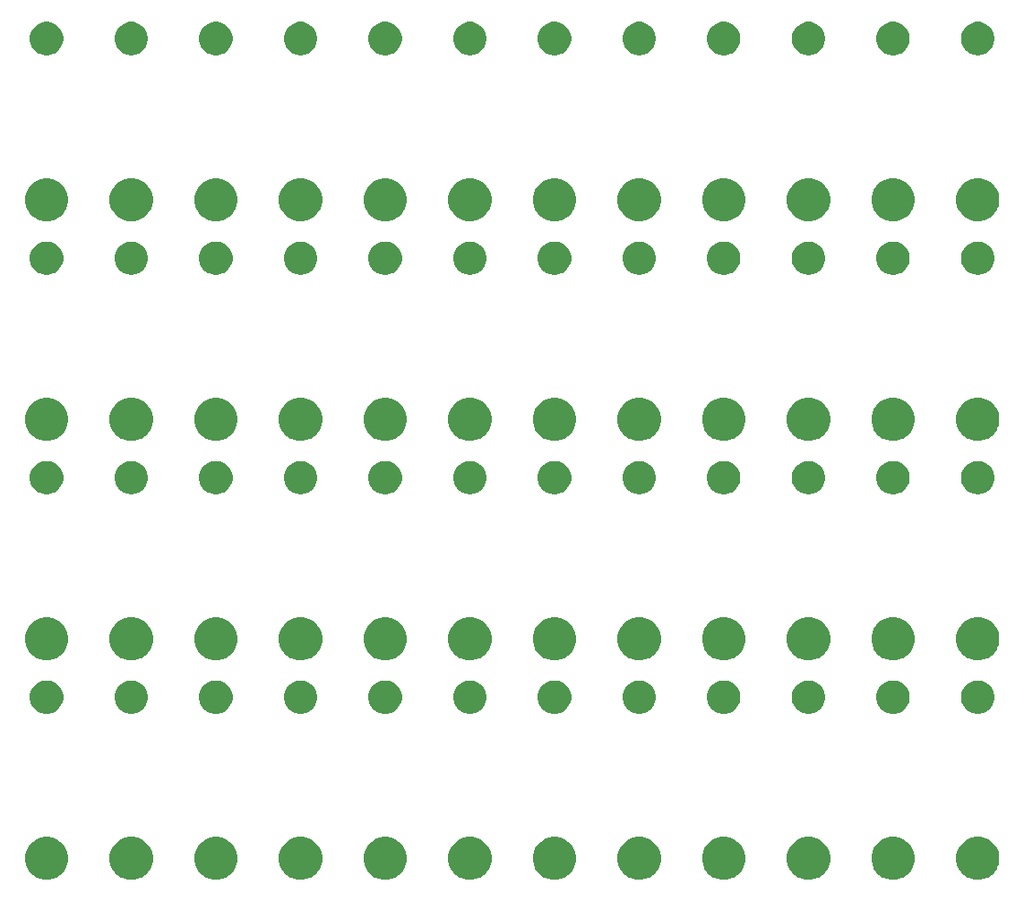
<source format=gbs>
G04 #@! TF.GenerationSoftware,KiCad,Pcbnew,(5.1.2)-1*
G04 #@! TF.CreationDate,2019-08-09T16:06:09+09:00*
G04 #@! TF.ProjectId,StabilizerShims,53746162-696c-4697-9a65-725368696d73,rev?*
G04 #@! TF.SameCoordinates,Original*
G04 #@! TF.FileFunction,Soldermask,Bot*
G04 #@! TF.FilePolarity,Negative*
%FSLAX46Y46*%
G04 Gerber Fmt 4.6, Leading zero omitted, Abs format (unit mm)*
G04 Created by KiCad (PCBNEW (5.1.2)-1) date 2019-08-09 16:06:09*
%MOMM*%
%LPD*%
G04 APERTURE LIST*
%ADD10C,0.100000*%
G04 APERTURE END LIST*
D10*
G36*
X127096474Y-133038684D02*
G01*
X127314474Y-133128983D01*
X127468623Y-133192833D01*
X127803548Y-133416623D01*
X128088377Y-133701452D01*
X128312167Y-134036377D01*
X128312167Y-134036378D01*
X128466316Y-134408526D01*
X128544900Y-134803594D01*
X128544900Y-135206406D01*
X128466316Y-135601474D01*
X128376017Y-135819474D01*
X128312167Y-135973623D01*
X128088377Y-136308548D01*
X127803548Y-136593377D01*
X127468623Y-136817167D01*
X127314474Y-136881017D01*
X127096474Y-136971316D01*
X126701406Y-137049900D01*
X126298594Y-137049900D01*
X125903526Y-136971316D01*
X125685526Y-136881017D01*
X125531377Y-136817167D01*
X125196452Y-136593377D01*
X124911623Y-136308548D01*
X124687833Y-135973623D01*
X124623983Y-135819474D01*
X124533684Y-135601474D01*
X124455100Y-135206406D01*
X124455100Y-134803594D01*
X124533684Y-134408526D01*
X124687833Y-134036378D01*
X124687833Y-134036377D01*
X124911623Y-133701452D01*
X125196452Y-133416623D01*
X125531377Y-133192833D01*
X125685526Y-133128983D01*
X125903526Y-133038684D01*
X126298594Y-132960100D01*
X126701406Y-132960100D01*
X127096474Y-133038684D01*
X127096474Y-133038684D01*
G37*
G36*
X207096474Y-133038684D02*
G01*
X207314474Y-133128983D01*
X207468623Y-133192833D01*
X207803548Y-133416623D01*
X208088377Y-133701452D01*
X208312167Y-134036377D01*
X208312167Y-134036378D01*
X208466316Y-134408526D01*
X208544900Y-134803594D01*
X208544900Y-135206406D01*
X208466316Y-135601474D01*
X208376017Y-135819474D01*
X208312167Y-135973623D01*
X208088377Y-136308548D01*
X207803548Y-136593377D01*
X207468623Y-136817167D01*
X207314474Y-136881017D01*
X207096474Y-136971316D01*
X206701406Y-137049900D01*
X206298594Y-137049900D01*
X205903526Y-136971316D01*
X205685526Y-136881017D01*
X205531377Y-136817167D01*
X205196452Y-136593377D01*
X204911623Y-136308548D01*
X204687833Y-135973623D01*
X204623983Y-135819474D01*
X204533684Y-135601474D01*
X204455100Y-135206406D01*
X204455100Y-134803594D01*
X204533684Y-134408526D01*
X204687833Y-134036378D01*
X204687833Y-134036377D01*
X204911623Y-133701452D01*
X205196452Y-133416623D01*
X205531377Y-133192833D01*
X205685526Y-133128983D01*
X205903526Y-133038684D01*
X206298594Y-132960100D01*
X206701406Y-132960100D01*
X207096474Y-133038684D01*
X207096474Y-133038684D01*
G37*
G36*
X215096474Y-133038684D02*
G01*
X215314474Y-133128983D01*
X215468623Y-133192833D01*
X215803548Y-133416623D01*
X216088377Y-133701452D01*
X216312167Y-134036377D01*
X216312167Y-134036378D01*
X216466316Y-134408526D01*
X216544900Y-134803594D01*
X216544900Y-135206406D01*
X216466316Y-135601474D01*
X216376017Y-135819474D01*
X216312167Y-135973623D01*
X216088377Y-136308548D01*
X215803548Y-136593377D01*
X215468623Y-136817167D01*
X215314474Y-136881017D01*
X215096474Y-136971316D01*
X214701406Y-137049900D01*
X214298594Y-137049900D01*
X213903526Y-136971316D01*
X213685526Y-136881017D01*
X213531377Y-136817167D01*
X213196452Y-136593377D01*
X212911623Y-136308548D01*
X212687833Y-135973623D01*
X212623983Y-135819474D01*
X212533684Y-135601474D01*
X212455100Y-135206406D01*
X212455100Y-134803594D01*
X212533684Y-134408526D01*
X212687833Y-134036378D01*
X212687833Y-134036377D01*
X212911623Y-133701452D01*
X213196452Y-133416623D01*
X213531377Y-133192833D01*
X213685526Y-133128983D01*
X213903526Y-133038684D01*
X214298594Y-132960100D01*
X214701406Y-132960100D01*
X215096474Y-133038684D01*
X215096474Y-133038684D01*
G37*
G36*
X199096474Y-133038684D02*
G01*
X199314474Y-133128983D01*
X199468623Y-133192833D01*
X199803548Y-133416623D01*
X200088377Y-133701452D01*
X200312167Y-134036377D01*
X200312167Y-134036378D01*
X200466316Y-134408526D01*
X200544900Y-134803594D01*
X200544900Y-135206406D01*
X200466316Y-135601474D01*
X200376017Y-135819474D01*
X200312167Y-135973623D01*
X200088377Y-136308548D01*
X199803548Y-136593377D01*
X199468623Y-136817167D01*
X199314474Y-136881017D01*
X199096474Y-136971316D01*
X198701406Y-137049900D01*
X198298594Y-137049900D01*
X197903526Y-136971316D01*
X197685526Y-136881017D01*
X197531377Y-136817167D01*
X197196452Y-136593377D01*
X196911623Y-136308548D01*
X196687833Y-135973623D01*
X196623983Y-135819474D01*
X196533684Y-135601474D01*
X196455100Y-135206406D01*
X196455100Y-134803594D01*
X196533684Y-134408526D01*
X196687833Y-134036378D01*
X196687833Y-134036377D01*
X196911623Y-133701452D01*
X197196452Y-133416623D01*
X197531377Y-133192833D01*
X197685526Y-133128983D01*
X197903526Y-133038684D01*
X198298594Y-132960100D01*
X198701406Y-132960100D01*
X199096474Y-133038684D01*
X199096474Y-133038684D01*
G37*
G36*
X191096474Y-133038684D02*
G01*
X191314474Y-133128983D01*
X191468623Y-133192833D01*
X191803548Y-133416623D01*
X192088377Y-133701452D01*
X192312167Y-134036377D01*
X192312167Y-134036378D01*
X192466316Y-134408526D01*
X192544900Y-134803594D01*
X192544900Y-135206406D01*
X192466316Y-135601474D01*
X192376017Y-135819474D01*
X192312167Y-135973623D01*
X192088377Y-136308548D01*
X191803548Y-136593377D01*
X191468623Y-136817167D01*
X191314474Y-136881017D01*
X191096474Y-136971316D01*
X190701406Y-137049900D01*
X190298594Y-137049900D01*
X189903526Y-136971316D01*
X189685526Y-136881017D01*
X189531377Y-136817167D01*
X189196452Y-136593377D01*
X188911623Y-136308548D01*
X188687833Y-135973623D01*
X188623983Y-135819474D01*
X188533684Y-135601474D01*
X188455100Y-135206406D01*
X188455100Y-134803594D01*
X188533684Y-134408526D01*
X188687833Y-134036378D01*
X188687833Y-134036377D01*
X188911623Y-133701452D01*
X189196452Y-133416623D01*
X189531377Y-133192833D01*
X189685526Y-133128983D01*
X189903526Y-133038684D01*
X190298594Y-132960100D01*
X190701406Y-132960100D01*
X191096474Y-133038684D01*
X191096474Y-133038684D01*
G37*
G36*
X183096474Y-133038684D02*
G01*
X183314474Y-133128983D01*
X183468623Y-133192833D01*
X183803548Y-133416623D01*
X184088377Y-133701452D01*
X184312167Y-134036377D01*
X184312167Y-134036378D01*
X184466316Y-134408526D01*
X184544900Y-134803594D01*
X184544900Y-135206406D01*
X184466316Y-135601474D01*
X184376017Y-135819474D01*
X184312167Y-135973623D01*
X184088377Y-136308548D01*
X183803548Y-136593377D01*
X183468623Y-136817167D01*
X183314474Y-136881017D01*
X183096474Y-136971316D01*
X182701406Y-137049900D01*
X182298594Y-137049900D01*
X181903526Y-136971316D01*
X181685526Y-136881017D01*
X181531377Y-136817167D01*
X181196452Y-136593377D01*
X180911623Y-136308548D01*
X180687833Y-135973623D01*
X180623983Y-135819474D01*
X180533684Y-135601474D01*
X180455100Y-135206406D01*
X180455100Y-134803594D01*
X180533684Y-134408526D01*
X180687833Y-134036378D01*
X180687833Y-134036377D01*
X180911623Y-133701452D01*
X181196452Y-133416623D01*
X181531377Y-133192833D01*
X181685526Y-133128983D01*
X181903526Y-133038684D01*
X182298594Y-132960100D01*
X182701406Y-132960100D01*
X183096474Y-133038684D01*
X183096474Y-133038684D01*
G37*
G36*
X175096474Y-133038684D02*
G01*
X175314474Y-133128983D01*
X175468623Y-133192833D01*
X175803548Y-133416623D01*
X176088377Y-133701452D01*
X176312167Y-134036377D01*
X176312167Y-134036378D01*
X176466316Y-134408526D01*
X176544900Y-134803594D01*
X176544900Y-135206406D01*
X176466316Y-135601474D01*
X176376017Y-135819474D01*
X176312167Y-135973623D01*
X176088377Y-136308548D01*
X175803548Y-136593377D01*
X175468623Y-136817167D01*
X175314474Y-136881017D01*
X175096474Y-136971316D01*
X174701406Y-137049900D01*
X174298594Y-137049900D01*
X173903526Y-136971316D01*
X173685526Y-136881017D01*
X173531377Y-136817167D01*
X173196452Y-136593377D01*
X172911623Y-136308548D01*
X172687833Y-135973623D01*
X172623983Y-135819474D01*
X172533684Y-135601474D01*
X172455100Y-135206406D01*
X172455100Y-134803594D01*
X172533684Y-134408526D01*
X172687833Y-134036378D01*
X172687833Y-134036377D01*
X172911623Y-133701452D01*
X173196452Y-133416623D01*
X173531377Y-133192833D01*
X173685526Y-133128983D01*
X173903526Y-133038684D01*
X174298594Y-132960100D01*
X174701406Y-132960100D01*
X175096474Y-133038684D01*
X175096474Y-133038684D01*
G37*
G36*
X167096474Y-133038684D02*
G01*
X167314474Y-133128983D01*
X167468623Y-133192833D01*
X167803548Y-133416623D01*
X168088377Y-133701452D01*
X168312167Y-134036377D01*
X168312167Y-134036378D01*
X168466316Y-134408526D01*
X168544900Y-134803594D01*
X168544900Y-135206406D01*
X168466316Y-135601474D01*
X168376017Y-135819474D01*
X168312167Y-135973623D01*
X168088377Y-136308548D01*
X167803548Y-136593377D01*
X167468623Y-136817167D01*
X167314474Y-136881017D01*
X167096474Y-136971316D01*
X166701406Y-137049900D01*
X166298594Y-137049900D01*
X165903526Y-136971316D01*
X165685526Y-136881017D01*
X165531377Y-136817167D01*
X165196452Y-136593377D01*
X164911623Y-136308548D01*
X164687833Y-135973623D01*
X164623983Y-135819474D01*
X164533684Y-135601474D01*
X164455100Y-135206406D01*
X164455100Y-134803594D01*
X164533684Y-134408526D01*
X164687833Y-134036378D01*
X164687833Y-134036377D01*
X164911623Y-133701452D01*
X165196452Y-133416623D01*
X165531377Y-133192833D01*
X165685526Y-133128983D01*
X165903526Y-133038684D01*
X166298594Y-132960100D01*
X166701406Y-132960100D01*
X167096474Y-133038684D01*
X167096474Y-133038684D01*
G37*
G36*
X159096474Y-133038684D02*
G01*
X159314474Y-133128983D01*
X159468623Y-133192833D01*
X159803548Y-133416623D01*
X160088377Y-133701452D01*
X160312167Y-134036377D01*
X160312167Y-134036378D01*
X160466316Y-134408526D01*
X160544900Y-134803594D01*
X160544900Y-135206406D01*
X160466316Y-135601474D01*
X160376017Y-135819474D01*
X160312167Y-135973623D01*
X160088377Y-136308548D01*
X159803548Y-136593377D01*
X159468623Y-136817167D01*
X159314474Y-136881017D01*
X159096474Y-136971316D01*
X158701406Y-137049900D01*
X158298594Y-137049900D01*
X157903526Y-136971316D01*
X157685526Y-136881017D01*
X157531377Y-136817167D01*
X157196452Y-136593377D01*
X156911623Y-136308548D01*
X156687833Y-135973623D01*
X156623983Y-135819474D01*
X156533684Y-135601474D01*
X156455100Y-135206406D01*
X156455100Y-134803594D01*
X156533684Y-134408526D01*
X156687833Y-134036378D01*
X156687833Y-134036377D01*
X156911623Y-133701452D01*
X157196452Y-133416623D01*
X157531377Y-133192833D01*
X157685526Y-133128983D01*
X157903526Y-133038684D01*
X158298594Y-132960100D01*
X158701406Y-132960100D01*
X159096474Y-133038684D01*
X159096474Y-133038684D01*
G37*
G36*
X151096474Y-133038684D02*
G01*
X151314474Y-133128983D01*
X151468623Y-133192833D01*
X151803548Y-133416623D01*
X152088377Y-133701452D01*
X152312167Y-134036377D01*
X152312167Y-134036378D01*
X152466316Y-134408526D01*
X152544900Y-134803594D01*
X152544900Y-135206406D01*
X152466316Y-135601474D01*
X152376017Y-135819474D01*
X152312167Y-135973623D01*
X152088377Y-136308548D01*
X151803548Y-136593377D01*
X151468623Y-136817167D01*
X151314474Y-136881017D01*
X151096474Y-136971316D01*
X150701406Y-137049900D01*
X150298594Y-137049900D01*
X149903526Y-136971316D01*
X149685526Y-136881017D01*
X149531377Y-136817167D01*
X149196452Y-136593377D01*
X148911623Y-136308548D01*
X148687833Y-135973623D01*
X148623983Y-135819474D01*
X148533684Y-135601474D01*
X148455100Y-135206406D01*
X148455100Y-134803594D01*
X148533684Y-134408526D01*
X148687833Y-134036378D01*
X148687833Y-134036377D01*
X148911623Y-133701452D01*
X149196452Y-133416623D01*
X149531377Y-133192833D01*
X149685526Y-133128983D01*
X149903526Y-133038684D01*
X150298594Y-132960100D01*
X150701406Y-132960100D01*
X151096474Y-133038684D01*
X151096474Y-133038684D01*
G37*
G36*
X143096474Y-133038684D02*
G01*
X143314474Y-133128983D01*
X143468623Y-133192833D01*
X143803548Y-133416623D01*
X144088377Y-133701452D01*
X144312167Y-134036377D01*
X144312167Y-134036378D01*
X144466316Y-134408526D01*
X144544900Y-134803594D01*
X144544900Y-135206406D01*
X144466316Y-135601474D01*
X144376017Y-135819474D01*
X144312167Y-135973623D01*
X144088377Y-136308548D01*
X143803548Y-136593377D01*
X143468623Y-136817167D01*
X143314474Y-136881017D01*
X143096474Y-136971316D01*
X142701406Y-137049900D01*
X142298594Y-137049900D01*
X141903526Y-136971316D01*
X141685526Y-136881017D01*
X141531377Y-136817167D01*
X141196452Y-136593377D01*
X140911623Y-136308548D01*
X140687833Y-135973623D01*
X140623983Y-135819474D01*
X140533684Y-135601474D01*
X140455100Y-135206406D01*
X140455100Y-134803594D01*
X140533684Y-134408526D01*
X140687833Y-134036378D01*
X140687833Y-134036377D01*
X140911623Y-133701452D01*
X141196452Y-133416623D01*
X141531377Y-133192833D01*
X141685526Y-133128983D01*
X141903526Y-133038684D01*
X142298594Y-132960100D01*
X142701406Y-132960100D01*
X143096474Y-133038684D01*
X143096474Y-133038684D01*
G37*
G36*
X135096474Y-133038684D02*
G01*
X135314474Y-133128983D01*
X135468623Y-133192833D01*
X135803548Y-133416623D01*
X136088377Y-133701452D01*
X136312167Y-134036377D01*
X136312167Y-134036378D01*
X136466316Y-134408526D01*
X136544900Y-134803594D01*
X136544900Y-135206406D01*
X136466316Y-135601474D01*
X136376017Y-135819474D01*
X136312167Y-135973623D01*
X136088377Y-136308548D01*
X135803548Y-136593377D01*
X135468623Y-136817167D01*
X135314474Y-136881017D01*
X135096474Y-136971316D01*
X134701406Y-137049900D01*
X134298594Y-137049900D01*
X133903526Y-136971316D01*
X133685526Y-136881017D01*
X133531377Y-136817167D01*
X133196452Y-136593377D01*
X132911623Y-136308548D01*
X132687833Y-135973623D01*
X132623983Y-135819474D01*
X132533684Y-135601474D01*
X132455100Y-135206406D01*
X132455100Y-134803594D01*
X132533684Y-134408526D01*
X132687833Y-134036378D01*
X132687833Y-134036377D01*
X132911623Y-133701452D01*
X133196452Y-133416623D01*
X133531377Y-133192833D01*
X133685526Y-133128983D01*
X133903526Y-133038684D01*
X134298594Y-132960100D01*
X134701406Y-132960100D01*
X135096474Y-133038684D01*
X135096474Y-133038684D01*
G37*
G36*
X198807267Y-118220263D02*
G01*
X198959411Y-118250526D01*
X199078137Y-118299704D01*
X199246041Y-118369252D01*
X199246042Y-118369253D01*
X199504004Y-118541617D01*
X199723383Y-118760996D01*
X199838553Y-118933361D01*
X199895748Y-119018959D01*
X200014474Y-119305590D01*
X200075000Y-119609875D01*
X200075000Y-119920125D01*
X200014474Y-120224410D01*
X199895748Y-120511041D01*
X199895747Y-120511042D01*
X199723383Y-120769004D01*
X199504004Y-120988383D01*
X199331639Y-121103553D01*
X199246041Y-121160748D01*
X199078137Y-121230296D01*
X198959411Y-121279474D01*
X198655125Y-121340000D01*
X198344875Y-121340000D01*
X198040589Y-121279474D01*
X197921863Y-121230296D01*
X197753959Y-121160748D01*
X197668361Y-121103553D01*
X197495996Y-120988383D01*
X197276617Y-120769004D01*
X197104253Y-120511042D01*
X197104252Y-120511041D01*
X196985526Y-120224410D01*
X196925000Y-119920125D01*
X196925000Y-119609875D01*
X196985526Y-119305590D01*
X197104252Y-119018959D01*
X197161447Y-118933361D01*
X197276617Y-118760996D01*
X197495996Y-118541617D01*
X197753958Y-118369253D01*
X197753959Y-118369252D01*
X197921863Y-118299704D01*
X198040589Y-118250526D01*
X198192733Y-118220263D01*
X198344875Y-118190000D01*
X198655125Y-118190000D01*
X198807267Y-118220263D01*
X198807267Y-118220263D01*
G37*
G36*
X158807267Y-118220263D02*
G01*
X158959411Y-118250526D01*
X159078137Y-118299704D01*
X159246041Y-118369252D01*
X159246042Y-118369253D01*
X159504004Y-118541617D01*
X159723383Y-118760996D01*
X159838553Y-118933361D01*
X159895748Y-119018959D01*
X160014474Y-119305590D01*
X160075000Y-119609875D01*
X160075000Y-119920125D01*
X160014474Y-120224410D01*
X159895748Y-120511041D01*
X159895747Y-120511042D01*
X159723383Y-120769004D01*
X159504004Y-120988383D01*
X159331639Y-121103553D01*
X159246041Y-121160748D01*
X159078137Y-121230296D01*
X158959411Y-121279474D01*
X158655125Y-121340000D01*
X158344875Y-121340000D01*
X158040589Y-121279474D01*
X157921863Y-121230296D01*
X157753959Y-121160748D01*
X157668361Y-121103553D01*
X157495996Y-120988383D01*
X157276617Y-120769004D01*
X157104253Y-120511042D01*
X157104252Y-120511041D01*
X156985526Y-120224410D01*
X156925000Y-119920125D01*
X156925000Y-119609875D01*
X156985526Y-119305590D01*
X157104252Y-119018959D01*
X157161447Y-118933361D01*
X157276617Y-118760996D01*
X157495996Y-118541617D01*
X157753958Y-118369253D01*
X157753959Y-118369252D01*
X157921863Y-118299704D01*
X158040589Y-118250526D01*
X158192733Y-118220263D01*
X158344875Y-118190000D01*
X158655125Y-118190000D01*
X158807267Y-118220263D01*
X158807267Y-118220263D01*
G37*
G36*
X150807267Y-118220263D02*
G01*
X150959411Y-118250526D01*
X151078137Y-118299704D01*
X151246041Y-118369252D01*
X151246042Y-118369253D01*
X151504004Y-118541617D01*
X151723383Y-118760996D01*
X151838553Y-118933361D01*
X151895748Y-119018959D01*
X152014474Y-119305590D01*
X152075000Y-119609875D01*
X152075000Y-119920125D01*
X152014474Y-120224410D01*
X151895748Y-120511041D01*
X151895747Y-120511042D01*
X151723383Y-120769004D01*
X151504004Y-120988383D01*
X151331639Y-121103553D01*
X151246041Y-121160748D01*
X151078137Y-121230296D01*
X150959411Y-121279474D01*
X150655125Y-121340000D01*
X150344875Y-121340000D01*
X150040589Y-121279474D01*
X149921863Y-121230296D01*
X149753959Y-121160748D01*
X149668361Y-121103553D01*
X149495996Y-120988383D01*
X149276617Y-120769004D01*
X149104253Y-120511042D01*
X149104252Y-120511041D01*
X148985526Y-120224410D01*
X148925000Y-119920125D01*
X148925000Y-119609875D01*
X148985526Y-119305590D01*
X149104252Y-119018959D01*
X149161447Y-118933361D01*
X149276617Y-118760996D01*
X149495996Y-118541617D01*
X149753958Y-118369253D01*
X149753959Y-118369252D01*
X149921863Y-118299704D01*
X150040589Y-118250526D01*
X150192733Y-118220263D01*
X150344875Y-118190000D01*
X150655125Y-118190000D01*
X150807267Y-118220263D01*
X150807267Y-118220263D01*
G37*
G36*
X166807267Y-118220263D02*
G01*
X166959411Y-118250526D01*
X167078137Y-118299704D01*
X167246041Y-118369252D01*
X167246042Y-118369253D01*
X167504004Y-118541617D01*
X167723383Y-118760996D01*
X167838553Y-118933361D01*
X167895748Y-119018959D01*
X168014474Y-119305590D01*
X168075000Y-119609875D01*
X168075000Y-119920125D01*
X168014474Y-120224410D01*
X167895748Y-120511041D01*
X167895747Y-120511042D01*
X167723383Y-120769004D01*
X167504004Y-120988383D01*
X167331639Y-121103553D01*
X167246041Y-121160748D01*
X167078137Y-121230296D01*
X166959411Y-121279474D01*
X166655125Y-121340000D01*
X166344875Y-121340000D01*
X166040589Y-121279474D01*
X165921863Y-121230296D01*
X165753959Y-121160748D01*
X165668361Y-121103553D01*
X165495996Y-120988383D01*
X165276617Y-120769004D01*
X165104253Y-120511042D01*
X165104252Y-120511041D01*
X164985526Y-120224410D01*
X164925000Y-119920125D01*
X164925000Y-119609875D01*
X164985526Y-119305590D01*
X165104252Y-119018959D01*
X165161447Y-118933361D01*
X165276617Y-118760996D01*
X165495996Y-118541617D01*
X165753958Y-118369253D01*
X165753959Y-118369252D01*
X165921863Y-118299704D01*
X166040589Y-118250526D01*
X166192733Y-118220263D01*
X166344875Y-118190000D01*
X166655125Y-118190000D01*
X166807267Y-118220263D01*
X166807267Y-118220263D01*
G37*
G36*
X174807267Y-118220263D02*
G01*
X174959411Y-118250526D01*
X175078137Y-118299704D01*
X175246041Y-118369252D01*
X175246042Y-118369253D01*
X175504004Y-118541617D01*
X175723383Y-118760996D01*
X175838553Y-118933361D01*
X175895748Y-119018959D01*
X176014474Y-119305590D01*
X176075000Y-119609875D01*
X176075000Y-119920125D01*
X176014474Y-120224410D01*
X175895748Y-120511041D01*
X175895747Y-120511042D01*
X175723383Y-120769004D01*
X175504004Y-120988383D01*
X175331639Y-121103553D01*
X175246041Y-121160748D01*
X175078137Y-121230296D01*
X174959411Y-121279474D01*
X174655125Y-121340000D01*
X174344875Y-121340000D01*
X174040589Y-121279474D01*
X173921863Y-121230296D01*
X173753959Y-121160748D01*
X173668361Y-121103553D01*
X173495996Y-120988383D01*
X173276617Y-120769004D01*
X173104253Y-120511042D01*
X173104252Y-120511041D01*
X172985526Y-120224410D01*
X172925000Y-119920125D01*
X172925000Y-119609875D01*
X172985526Y-119305590D01*
X173104252Y-119018959D01*
X173161447Y-118933361D01*
X173276617Y-118760996D01*
X173495996Y-118541617D01*
X173753958Y-118369253D01*
X173753959Y-118369252D01*
X173921863Y-118299704D01*
X174040589Y-118250526D01*
X174192733Y-118220263D01*
X174344875Y-118190000D01*
X174655125Y-118190000D01*
X174807267Y-118220263D01*
X174807267Y-118220263D01*
G37*
G36*
X142807267Y-118220263D02*
G01*
X142959411Y-118250526D01*
X143078137Y-118299704D01*
X143246041Y-118369252D01*
X143246042Y-118369253D01*
X143504004Y-118541617D01*
X143723383Y-118760996D01*
X143838553Y-118933361D01*
X143895748Y-119018959D01*
X144014474Y-119305590D01*
X144075000Y-119609875D01*
X144075000Y-119920125D01*
X144014474Y-120224410D01*
X143895748Y-120511041D01*
X143895747Y-120511042D01*
X143723383Y-120769004D01*
X143504004Y-120988383D01*
X143331639Y-121103553D01*
X143246041Y-121160748D01*
X143078137Y-121230296D01*
X142959411Y-121279474D01*
X142655125Y-121340000D01*
X142344875Y-121340000D01*
X142040589Y-121279474D01*
X141921863Y-121230296D01*
X141753959Y-121160748D01*
X141668361Y-121103553D01*
X141495996Y-120988383D01*
X141276617Y-120769004D01*
X141104253Y-120511042D01*
X141104252Y-120511041D01*
X140985526Y-120224410D01*
X140925000Y-119920125D01*
X140925000Y-119609875D01*
X140985526Y-119305590D01*
X141104252Y-119018959D01*
X141161447Y-118933361D01*
X141276617Y-118760996D01*
X141495996Y-118541617D01*
X141753958Y-118369253D01*
X141753959Y-118369252D01*
X141921863Y-118299704D01*
X142040589Y-118250526D01*
X142192733Y-118220263D01*
X142344875Y-118190000D01*
X142655125Y-118190000D01*
X142807267Y-118220263D01*
X142807267Y-118220263D01*
G37*
G36*
X182807267Y-118220263D02*
G01*
X182959411Y-118250526D01*
X183078137Y-118299704D01*
X183246041Y-118369252D01*
X183246042Y-118369253D01*
X183504004Y-118541617D01*
X183723383Y-118760996D01*
X183838553Y-118933361D01*
X183895748Y-119018959D01*
X184014474Y-119305590D01*
X184075000Y-119609875D01*
X184075000Y-119920125D01*
X184014474Y-120224410D01*
X183895748Y-120511041D01*
X183895747Y-120511042D01*
X183723383Y-120769004D01*
X183504004Y-120988383D01*
X183331639Y-121103553D01*
X183246041Y-121160748D01*
X183078137Y-121230296D01*
X182959411Y-121279474D01*
X182655125Y-121340000D01*
X182344875Y-121340000D01*
X182040589Y-121279474D01*
X181921863Y-121230296D01*
X181753959Y-121160748D01*
X181668361Y-121103553D01*
X181495996Y-120988383D01*
X181276617Y-120769004D01*
X181104253Y-120511042D01*
X181104252Y-120511041D01*
X180985526Y-120224410D01*
X180925000Y-119920125D01*
X180925000Y-119609875D01*
X180985526Y-119305590D01*
X181104252Y-119018959D01*
X181161447Y-118933361D01*
X181276617Y-118760996D01*
X181495996Y-118541617D01*
X181753958Y-118369253D01*
X181753959Y-118369252D01*
X181921863Y-118299704D01*
X182040589Y-118250526D01*
X182192733Y-118220263D01*
X182344875Y-118190000D01*
X182655125Y-118190000D01*
X182807267Y-118220263D01*
X182807267Y-118220263D01*
G37*
G36*
X190807267Y-118220263D02*
G01*
X190959411Y-118250526D01*
X191078137Y-118299704D01*
X191246041Y-118369252D01*
X191246042Y-118369253D01*
X191504004Y-118541617D01*
X191723383Y-118760996D01*
X191838553Y-118933361D01*
X191895748Y-119018959D01*
X192014474Y-119305590D01*
X192075000Y-119609875D01*
X192075000Y-119920125D01*
X192014474Y-120224410D01*
X191895748Y-120511041D01*
X191895747Y-120511042D01*
X191723383Y-120769004D01*
X191504004Y-120988383D01*
X191331639Y-121103553D01*
X191246041Y-121160748D01*
X191078137Y-121230296D01*
X190959411Y-121279474D01*
X190655125Y-121340000D01*
X190344875Y-121340000D01*
X190040589Y-121279474D01*
X189921863Y-121230296D01*
X189753959Y-121160748D01*
X189668361Y-121103553D01*
X189495996Y-120988383D01*
X189276617Y-120769004D01*
X189104253Y-120511042D01*
X189104252Y-120511041D01*
X188985526Y-120224410D01*
X188925000Y-119920125D01*
X188925000Y-119609875D01*
X188985526Y-119305590D01*
X189104252Y-119018959D01*
X189161447Y-118933361D01*
X189276617Y-118760996D01*
X189495996Y-118541617D01*
X189753958Y-118369253D01*
X189753959Y-118369252D01*
X189921863Y-118299704D01*
X190040589Y-118250526D01*
X190192733Y-118220263D01*
X190344875Y-118190000D01*
X190655125Y-118190000D01*
X190807267Y-118220263D01*
X190807267Y-118220263D01*
G37*
G36*
X134807267Y-118220263D02*
G01*
X134959411Y-118250526D01*
X135078137Y-118299704D01*
X135246041Y-118369252D01*
X135246042Y-118369253D01*
X135504004Y-118541617D01*
X135723383Y-118760996D01*
X135838553Y-118933361D01*
X135895748Y-119018959D01*
X136014474Y-119305590D01*
X136075000Y-119609875D01*
X136075000Y-119920125D01*
X136014474Y-120224410D01*
X135895748Y-120511041D01*
X135895747Y-120511042D01*
X135723383Y-120769004D01*
X135504004Y-120988383D01*
X135331639Y-121103553D01*
X135246041Y-121160748D01*
X135078137Y-121230296D01*
X134959411Y-121279474D01*
X134655125Y-121340000D01*
X134344875Y-121340000D01*
X134040589Y-121279474D01*
X133921863Y-121230296D01*
X133753959Y-121160748D01*
X133668361Y-121103553D01*
X133495996Y-120988383D01*
X133276617Y-120769004D01*
X133104253Y-120511042D01*
X133104252Y-120511041D01*
X132985526Y-120224410D01*
X132925000Y-119920125D01*
X132925000Y-119609875D01*
X132985526Y-119305590D01*
X133104252Y-119018959D01*
X133161447Y-118933361D01*
X133276617Y-118760996D01*
X133495996Y-118541617D01*
X133753958Y-118369253D01*
X133753959Y-118369252D01*
X133921863Y-118299704D01*
X134040589Y-118250526D01*
X134192733Y-118220263D01*
X134344875Y-118190000D01*
X134655125Y-118190000D01*
X134807267Y-118220263D01*
X134807267Y-118220263D01*
G37*
G36*
X126807267Y-118220263D02*
G01*
X126959411Y-118250526D01*
X127078137Y-118299704D01*
X127246041Y-118369252D01*
X127246042Y-118369253D01*
X127504004Y-118541617D01*
X127723383Y-118760996D01*
X127838553Y-118933361D01*
X127895748Y-119018959D01*
X128014474Y-119305590D01*
X128075000Y-119609875D01*
X128075000Y-119920125D01*
X128014474Y-120224410D01*
X127895748Y-120511041D01*
X127895747Y-120511042D01*
X127723383Y-120769004D01*
X127504004Y-120988383D01*
X127331639Y-121103553D01*
X127246041Y-121160748D01*
X127078137Y-121230296D01*
X126959411Y-121279474D01*
X126655125Y-121340000D01*
X126344875Y-121340000D01*
X126040589Y-121279474D01*
X125921863Y-121230296D01*
X125753959Y-121160748D01*
X125668361Y-121103553D01*
X125495996Y-120988383D01*
X125276617Y-120769004D01*
X125104253Y-120511042D01*
X125104252Y-120511041D01*
X124985526Y-120224410D01*
X124925000Y-119920125D01*
X124925000Y-119609875D01*
X124985526Y-119305590D01*
X125104252Y-119018959D01*
X125161447Y-118933361D01*
X125276617Y-118760996D01*
X125495996Y-118541617D01*
X125753958Y-118369253D01*
X125753959Y-118369252D01*
X125921863Y-118299704D01*
X126040589Y-118250526D01*
X126192733Y-118220263D01*
X126344875Y-118190000D01*
X126655125Y-118190000D01*
X126807267Y-118220263D01*
X126807267Y-118220263D01*
G37*
G36*
X214807267Y-118220263D02*
G01*
X214959411Y-118250526D01*
X215078137Y-118299704D01*
X215246041Y-118369252D01*
X215246042Y-118369253D01*
X215504004Y-118541617D01*
X215723383Y-118760996D01*
X215838553Y-118933361D01*
X215895748Y-119018959D01*
X216014474Y-119305590D01*
X216075000Y-119609875D01*
X216075000Y-119920125D01*
X216014474Y-120224410D01*
X215895748Y-120511041D01*
X215895747Y-120511042D01*
X215723383Y-120769004D01*
X215504004Y-120988383D01*
X215331639Y-121103553D01*
X215246041Y-121160748D01*
X215078137Y-121230296D01*
X214959411Y-121279474D01*
X214655125Y-121340000D01*
X214344875Y-121340000D01*
X214040589Y-121279474D01*
X213921863Y-121230296D01*
X213753959Y-121160748D01*
X213668361Y-121103553D01*
X213495996Y-120988383D01*
X213276617Y-120769004D01*
X213104253Y-120511042D01*
X213104252Y-120511041D01*
X212985526Y-120224410D01*
X212925000Y-119920125D01*
X212925000Y-119609875D01*
X212985526Y-119305590D01*
X213104252Y-119018959D01*
X213161447Y-118933361D01*
X213276617Y-118760996D01*
X213495996Y-118541617D01*
X213753958Y-118369253D01*
X213753959Y-118369252D01*
X213921863Y-118299704D01*
X214040589Y-118250526D01*
X214192733Y-118220263D01*
X214344875Y-118190000D01*
X214655125Y-118190000D01*
X214807267Y-118220263D01*
X214807267Y-118220263D01*
G37*
G36*
X206807267Y-118220263D02*
G01*
X206959411Y-118250526D01*
X207078137Y-118299704D01*
X207246041Y-118369252D01*
X207246042Y-118369253D01*
X207504004Y-118541617D01*
X207723383Y-118760996D01*
X207838553Y-118933361D01*
X207895748Y-119018959D01*
X208014474Y-119305590D01*
X208075000Y-119609875D01*
X208075000Y-119920125D01*
X208014474Y-120224410D01*
X207895748Y-120511041D01*
X207895747Y-120511042D01*
X207723383Y-120769004D01*
X207504004Y-120988383D01*
X207331639Y-121103553D01*
X207246041Y-121160748D01*
X207078137Y-121230296D01*
X206959411Y-121279474D01*
X206655125Y-121340000D01*
X206344875Y-121340000D01*
X206040589Y-121279474D01*
X205921863Y-121230296D01*
X205753959Y-121160748D01*
X205668361Y-121103553D01*
X205495996Y-120988383D01*
X205276617Y-120769004D01*
X205104253Y-120511042D01*
X205104252Y-120511041D01*
X204985526Y-120224410D01*
X204925000Y-119920125D01*
X204925000Y-119609875D01*
X204985526Y-119305590D01*
X205104252Y-119018959D01*
X205161447Y-118933361D01*
X205276617Y-118760996D01*
X205495996Y-118541617D01*
X205753958Y-118369253D01*
X205753959Y-118369252D01*
X205921863Y-118299704D01*
X206040589Y-118250526D01*
X206192733Y-118220263D01*
X206344875Y-118190000D01*
X206655125Y-118190000D01*
X206807267Y-118220263D01*
X206807267Y-118220263D01*
G37*
G36*
X127096474Y-112288684D02*
G01*
X127314474Y-112378983D01*
X127468623Y-112442833D01*
X127803548Y-112666623D01*
X128088377Y-112951452D01*
X128312167Y-113286377D01*
X128312167Y-113286378D01*
X128466316Y-113658526D01*
X128544900Y-114053594D01*
X128544900Y-114456406D01*
X128466316Y-114851474D01*
X128376017Y-115069474D01*
X128312167Y-115223623D01*
X128088377Y-115558548D01*
X127803548Y-115843377D01*
X127468623Y-116067167D01*
X127314474Y-116131017D01*
X127096474Y-116221316D01*
X126701406Y-116299900D01*
X126298594Y-116299900D01*
X125903526Y-116221316D01*
X125685526Y-116131017D01*
X125531377Y-116067167D01*
X125196452Y-115843377D01*
X124911623Y-115558548D01*
X124687833Y-115223623D01*
X124623983Y-115069474D01*
X124533684Y-114851474D01*
X124455100Y-114456406D01*
X124455100Y-114053594D01*
X124533684Y-113658526D01*
X124687833Y-113286378D01*
X124687833Y-113286377D01*
X124911623Y-112951452D01*
X125196452Y-112666623D01*
X125531377Y-112442833D01*
X125685526Y-112378983D01*
X125903526Y-112288684D01*
X126298594Y-112210100D01*
X126701406Y-112210100D01*
X127096474Y-112288684D01*
X127096474Y-112288684D01*
G37*
G36*
X215096474Y-112288684D02*
G01*
X215314474Y-112378983D01*
X215468623Y-112442833D01*
X215803548Y-112666623D01*
X216088377Y-112951452D01*
X216312167Y-113286377D01*
X216312167Y-113286378D01*
X216466316Y-113658526D01*
X216544900Y-114053594D01*
X216544900Y-114456406D01*
X216466316Y-114851474D01*
X216376017Y-115069474D01*
X216312167Y-115223623D01*
X216088377Y-115558548D01*
X215803548Y-115843377D01*
X215468623Y-116067167D01*
X215314474Y-116131017D01*
X215096474Y-116221316D01*
X214701406Y-116299900D01*
X214298594Y-116299900D01*
X213903526Y-116221316D01*
X213685526Y-116131017D01*
X213531377Y-116067167D01*
X213196452Y-115843377D01*
X212911623Y-115558548D01*
X212687833Y-115223623D01*
X212623983Y-115069474D01*
X212533684Y-114851474D01*
X212455100Y-114456406D01*
X212455100Y-114053594D01*
X212533684Y-113658526D01*
X212687833Y-113286378D01*
X212687833Y-113286377D01*
X212911623Y-112951452D01*
X213196452Y-112666623D01*
X213531377Y-112442833D01*
X213685526Y-112378983D01*
X213903526Y-112288684D01*
X214298594Y-112210100D01*
X214701406Y-112210100D01*
X215096474Y-112288684D01*
X215096474Y-112288684D01*
G37*
G36*
X207096474Y-112288684D02*
G01*
X207314474Y-112378983D01*
X207468623Y-112442833D01*
X207803548Y-112666623D01*
X208088377Y-112951452D01*
X208312167Y-113286377D01*
X208312167Y-113286378D01*
X208466316Y-113658526D01*
X208544900Y-114053594D01*
X208544900Y-114456406D01*
X208466316Y-114851474D01*
X208376017Y-115069474D01*
X208312167Y-115223623D01*
X208088377Y-115558548D01*
X207803548Y-115843377D01*
X207468623Y-116067167D01*
X207314474Y-116131017D01*
X207096474Y-116221316D01*
X206701406Y-116299900D01*
X206298594Y-116299900D01*
X205903526Y-116221316D01*
X205685526Y-116131017D01*
X205531377Y-116067167D01*
X205196452Y-115843377D01*
X204911623Y-115558548D01*
X204687833Y-115223623D01*
X204623983Y-115069474D01*
X204533684Y-114851474D01*
X204455100Y-114456406D01*
X204455100Y-114053594D01*
X204533684Y-113658526D01*
X204687833Y-113286378D01*
X204687833Y-113286377D01*
X204911623Y-112951452D01*
X205196452Y-112666623D01*
X205531377Y-112442833D01*
X205685526Y-112378983D01*
X205903526Y-112288684D01*
X206298594Y-112210100D01*
X206701406Y-112210100D01*
X207096474Y-112288684D01*
X207096474Y-112288684D01*
G37*
G36*
X143096474Y-112288684D02*
G01*
X143314474Y-112378983D01*
X143468623Y-112442833D01*
X143803548Y-112666623D01*
X144088377Y-112951452D01*
X144312167Y-113286377D01*
X144312167Y-113286378D01*
X144466316Y-113658526D01*
X144544900Y-114053594D01*
X144544900Y-114456406D01*
X144466316Y-114851474D01*
X144376017Y-115069474D01*
X144312167Y-115223623D01*
X144088377Y-115558548D01*
X143803548Y-115843377D01*
X143468623Y-116067167D01*
X143314474Y-116131017D01*
X143096474Y-116221316D01*
X142701406Y-116299900D01*
X142298594Y-116299900D01*
X141903526Y-116221316D01*
X141685526Y-116131017D01*
X141531377Y-116067167D01*
X141196452Y-115843377D01*
X140911623Y-115558548D01*
X140687833Y-115223623D01*
X140623983Y-115069474D01*
X140533684Y-114851474D01*
X140455100Y-114456406D01*
X140455100Y-114053594D01*
X140533684Y-113658526D01*
X140687833Y-113286378D01*
X140687833Y-113286377D01*
X140911623Y-112951452D01*
X141196452Y-112666623D01*
X141531377Y-112442833D01*
X141685526Y-112378983D01*
X141903526Y-112288684D01*
X142298594Y-112210100D01*
X142701406Y-112210100D01*
X143096474Y-112288684D01*
X143096474Y-112288684D01*
G37*
G36*
X151096474Y-112288684D02*
G01*
X151314474Y-112378983D01*
X151468623Y-112442833D01*
X151803548Y-112666623D01*
X152088377Y-112951452D01*
X152312167Y-113286377D01*
X152312167Y-113286378D01*
X152466316Y-113658526D01*
X152544900Y-114053594D01*
X152544900Y-114456406D01*
X152466316Y-114851474D01*
X152376017Y-115069474D01*
X152312167Y-115223623D01*
X152088377Y-115558548D01*
X151803548Y-115843377D01*
X151468623Y-116067167D01*
X151314474Y-116131017D01*
X151096474Y-116221316D01*
X150701406Y-116299900D01*
X150298594Y-116299900D01*
X149903526Y-116221316D01*
X149685526Y-116131017D01*
X149531377Y-116067167D01*
X149196452Y-115843377D01*
X148911623Y-115558548D01*
X148687833Y-115223623D01*
X148623983Y-115069474D01*
X148533684Y-114851474D01*
X148455100Y-114456406D01*
X148455100Y-114053594D01*
X148533684Y-113658526D01*
X148687833Y-113286378D01*
X148687833Y-113286377D01*
X148911623Y-112951452D01*
X149196452Y-112666623D01*
X149531377Y-112442833D01*
X149685526Y-112378983D01*
X149903526Y-112288684D01*
X150298594Y-112210100D01*
X150701406Y-112210100D01*
X151096474Y-112288684D01*
X151096474Y-112288684D01*
G37*
G36*
X159096474Y-112288684D02*
G01*
X159314474Y-112378983D01*
X159468623Y-112442833D01*
X159803548Y-112666623D01*
X160088377Y-112951452D01*
X160312167Y-113286377D01*
X160312167Y-113286378D01*
X160466316Y-113658526D01*
X160544900Y-114053594D01*
X160544900Y-114456406D01*
X160466316Y-114851474D01*
X160376017Y-115069474D01*
X160312167Y-115223623D01*
X160088377Y-115558548D01*
X159803548Y-115843377D01*
X159468623Y-116067167D01*
X159314474Y-116131017D01*
X159096474Y-116221316D01*
X158701406Y-116299900D01*
X158298594Y-116299900D01*
X157903526Y-116221316D01*
X157685526Y-116131017D01*
X157531377Y-116067167D01*
X157196452Y-115843377D01*
X156911623Y-115558548D01*
X156687833Y-115223623D01*
X156623983Y-115069474D01*
X156533684Y-114851474D01*
X156455100Y-114456406D01*
X156455100Y-114053594D01*
X156533684Y-113658526D01*
X156687833Y-113286378D01*
X156687833Y-113286377D01*
X156911623Y-112951452D01*
X157196452Y-112666623D01*
X157531377Y-112442833D01*
X157685526Y-112378983D01*
X157903526Y-112288684D01*
X158298594Y-112210100D01*
X158701406Y-112210100D01*
X159096474Y-112288684D01*
X159096474Y-112288684D01*
G37*
G36*
X135096474Y-112288684D02*
G01*
X135314474Y-112378983D01*
X135468623Y-112442833D01*
X135803548Y-112666623D01*
X136088377Y-112951452D01*
X136312167Y-113286377D01*
X136312167Y-113286378D01*
X136466316Y-113658526D01*
X136544900Y-114053594D01*
X136544900Y-114456406D01*
X136466316Y-114851474D01*
X136376017Y-115069474D01*
X136312167Y-115223623D01*
X136088377Y-115558548D01*
X135803548Y-115843377D01*
X135468623Y-116067167D01*
X135314474Y-116131017D01*
X135096474Y-116221316D01*
X134701406Y-116299900D01*
X134298594Y-116299900D01*
X133903526Y-116221316D01*
X133685526Y-116131017D01*
X133531377Y-116067167D01*
X133196452Y-115843377D01*
X132911623Y-115558548D01*
X132687833Y-115223623D01*
X132623983Y-115069474D01*
X132533684Y-114851474D01*
X132455100Y-114456406D01*
X132455100Y-114053594D01*
X132533684Y-113658526D01*
X132687833Y-113286378D01*
X132687833Y-113286377D01*
X132911623Y-112951452D01*
X133196452Y-112666623D01*
X133531377Y-112442833D01*
X133685526Y-112378983D01*
X133903526Y-112288684D01*
X134298594Y-112210100D01*
X134701406Y-112210100D01*
X135096474Y-112288684D01*
X135096474Y-112288684D01*
G37*
G36*
X183096474Y-112288684D02*
G01*
X183314474Y-112378983D01*
X183468623Y-112442833D01*
X183803548Y-112666623D01*
X184088377Y-112951452D01*
X184312167Y-113286377D01*
X184312167Y-113286378D01*
X184466316Y-113658526D01*
X184544900Y-114053594D01*
X184544900Y-114456406D01*
X184466316Y-114851474D01*
X184376017Y-115069474D01*
X184312167Y-115223623D01*
X184088377Y-115558548D01*
X183803548Y-115843377D01*
X183468623Y-116067167D01*
X183314474Y-116131017D01*
X183096474Y-116221316D01*
X182701406Y-116299900D01*
X182298594Y-116299900D01*
X181903526Y-116221316D01*
X181685526Y-116131017D01*
X181531377Y-116067167D01*
X181196452Y-115843377D01*
X180911623Y-115558548D01*
X180687833Y-115223623D01*
X180623983Y-115069474D01*
X180533684Y-114851474D01*
X180455100Y-114456406D01*
X180455100Y-114053594D01*
X180533684Y-113658526D01*
X180687833Y-113286378D01*
X180687833Y-113286377D01*
X180911623Y-112951452D01*
X181196452Y-112666623D01*
X181531377Y-112442833D01*
X181685526Y-112378983D01*
X181903526Y-112288684D01*
X182298594Y-112210100D01*
X182701406Y-112210100D01*
X183096474Y-112288684D01*
X183096474Y-112288684D01*
G37*
G36*
X199096474Y-112288684D02*
G01*
X199314474Y-112378983D01*
X199468623Y-112442833D01*
X199803548Y-112666623D01*
X200088377Y-112951452D01*
X200312167Y-113286377D01*
X200312167Y-113286378D01*
X200466316Y-113658526D01*
X200544900Y-114053594D01*
X200544900Y-114456406D01*
X200466316Y-114851474D01*
X200376017Y-115069474D01*
X200312167Y-115223623D01*
X200088377Y-115558548D01*
X199803548Y-115843377D01*
X199468623Y-116067167D01*
X199314474Y-116131017D01*
X199096474Y-116221316D01*
X198701406Y-116299900D01*
X198298594Y-116299900D01*
X197903526Y-116221316D01*
X197685526Y-116131017D01*
X197531377Y-116067167D01*
X197196452Y-115843377D01*
X196911623Y-115558548D01*
X196687833Y-115223623D01*
X196623983Y-115069474D01*
X196533684Y-114851474D01*
X196455100Y-114456406D01*
X196455100Y-114053594D01*
X196533684Y-113658526D01*
X196687833Y-113286378D01*
X196687833Y-113286377D01*
X196911623Y-112951452D01*
X197196452Y-112666623D01*
X197531377Y-112442833D01*
X197685526Y-112378983D01*
X197903526Y-112288684D01*
X198298594Y-112210100D01*
X198701406Y-112210100D01*
X199096474Y-112288684D01*
X199096474Y-112288684D01*
G37*
G36*
X175096474Y-112288684D02*
G01*
X175314474Y-112378983D01*
X175468623Y-112442833D01*
X175803548Y-112666623D01*
X176088377Y-112951452D01*
X176312167Y-113286377D01*
X176312167Y-113286378D01*
X176466316Y-113658526D01*
X176544900Y-114053594D01*
X176544900Y-114456406D01*
X176466316Y-114851474D01*
X176376017Y-115069474D01*
X176312167Y-115223623D01*
X176088377Y-115558548D01*
X175803548Y-115843377D01*
X175468623Y-116067167D01*
X175314474Y-116131017D01*
X175096474Y-116221316D01*
X174701406Y-116299900D01*
X174298594Y-116299900D01*
X173903526Y-116221316D01*
X173685526Y-116131017D01*
X173531377Y-116067167D01*
X173196452Y-115843377D01*
X172911623Y-115558548D01*
X172687833Y-115223623D01*
X172623983Y-115069474D01*
X172533684Y-114851474D01*
X172455100Y-114456406D01*
X172455100Y-114053594D01*
X172533684Y-113658526D01*
X172687833Y-113286378D01*
X172687833Y-113286377D01*
X172911623Y-112951452D01*
X173196452Y-112666623D01*
X173531377Y-112442833D01*
X173685526Y-112378983D01*
X173903526Y-112288684D01*
X174298594Y-112210100D01*
X174701406Y-112210100D01*
X175096474Y-112288684D01*
X175096474Y-112288684D01*
G37*
G36*
X191096474Y-112288684D02*
G01*
X191314474Y-112378983D01*
X191468623Y-112442833D01*
X191803548Y-112666623D01*
X192088377Y-112951452D01*
X192312167Y-113286377D01*
X192312167Y-113286378D01*
X192466316Y-113658526D01*
X192544900Y-114053594D01*
X192544900Y-114456406D01*
X192466316Y-114851474D01*
X192376017Y-115069474D01*
X192312167Y-115223623D01*
X192088377Y-115558548D01*
X191803548Y-115843377D01*
X191468623Y-116067167D01*
X191314474Y-116131017D01*
X191096474Y-116221316D01*
X190701406Y-116299900D01*
X190298594Y-116299900D01*
X189903526Y-116221316D01*
X189685526Y-116131017D01*
X189531377Y-116067167D01*
X189196452Y-115843377D01*
X188911623Y-115558548D01*
X188687833Y-115223623D01*
X188623983Y-115069474D01*
X188533684Y-114851474D01*
X188455100Y-114456406D01*
X188455100Y-114053594D01*
X188533684Y-113658526D01*
X188687833Y-113286378D01*
X188687833Y-113286377D01*
X188911623Y-112951452D01*
X189196452Y-112666623D01*
X189531377Y-112442833D01*
X189685526Y-112378983D01*
X189903526Y-112288684D01*
X190298594Y-112210100D01*
X190701406Y-112210100D01*
X191096474Y-112288684D01*
X191096474Y-112288684D01*
G37*
G36*
X167096474Y-112288684D02*
G01*
X167314474Y-112378983D01*
X167468623Y-112442833D01*
X167803548Y-112666623D01*
X168088377Y-112951452D01*
X168312167Y-113286377D01*
X168312167Y-113286378D01*
X168466316Y-113658526D01*
X168544900Y-114053594D01*
X168544900Y-114456406D01*
X168466316Y-114851474D01*
X168376017Y-115069474D01*
X168312167Y-115223623D01*
X168088377Y-115558548D01*
X167803548Y-115843377D01*
X167468623Y-116067167D01*
X167314474Y-116131017D01*
X167096474Y-116221316D01*
X166701406Y-116299900D01*
X166298594Y-116299900D01*
X165903526Y-116221316D01*
X165685526Y-116131017D01*
X165531377Y-116067167D01*
X165196452Y-115843377D01*
X164911623Y-115558548D01*
X164687833Y-115223623D01*
X164623983Y-115069474D01*
X164533684Y-114851474D01*
X164455100Y-114456406D01*
X164455100Y-114053594D01*
X164533684Y-113658526D01*
X164687833Y-113286378D01*
X164687833Y-113286377D01*
X164911623Y-112951452D01*
X165196452Y-112666623D01*
X165531377Y-112442833D01*
X165685526Y-112378983D01*
X165903526Y-112288684D01*
X166298594Y-112210100D01*
X166701406Y-112210100D01*
X167096474Y-112288684D01*
X167096474Y-112288684D01*
G37*
G36*
X166807267Y-97470263D02*
G01*
X166959411Y-97500526D01*
X167078137Y-97549704D01*
X167246041Y-97619252D01*
X167246042Y-97619253D01*
X167504004Y-97791617D01*
X167723383Y-98010996D01*
X167838553Y-98183361D01*
X167895748Y-98268959D01*
X168014474Y-98555590D01*
X168075000Y-98859875D01*
X168075000Y-99170125D01*
X168014474Y-99474410D01*
X167895748Y-99761041D01*
X167895747Y-99761042D01*
X167723383Y-100019004D01*
X167504004Y-100238383D01*
X167331639Y-100353553D01*
X167246041Y-100410748D01*
X167078137Y-100480296D01*
X166959411Y-100529474D01*
X166807267Y-100559737D01*
X166655125Y-100590000D01*
X166344875Y-100590000D01*
X166192733Y-100559737D01*
X166040589Y-100529474D01*
X165921863Y-100480296D01*
X165753959Y-100410748D01*
X165668361Y-100353553D01*
X165495996Y-100238383D01*
X165276617Y-100019004D01*
X165104253Y-99761042D01*
X165104252Y-99761041D01*
X164985526Y-99474410D01*
X164925000Y-99170125D01*
X164925000Y-98859875D01*
X164985526Y-98555590D01*
X165104252Y-98268959D01*
X165161447Y-98183361D01*
X165276617Y-98010996D01*
X165495996Y-97791617D01*
X165753958Y-97619253D01*
X165753959Y-97619252D01*
X165921863Y-97549704D01*
X166040589Y-97500526D01*
X166192733Y-97470263D01*
X166344875Y-97440000D01*
X166655125Y-97440000D01*
X166807267Y-97470263D01*
X166807267Y-97470263D01*
G37*
G36*
X126807267Y-97470263D02*
G01*
X126959411Y-97500526D01*
X127078137Y-97549704D01*
X127246041Y-97619252D01*
X127246042Y-97619253D01*
X127504004Y-97791617D01*
X127723383Y-98010996D01*
X127838553Y-98183361D01*
X127895748Y-98268959D01*
X128014474Y-98555590D01*
X128075000Y-98859875D01*
X128075000Y-99170125D01*
X128014474Y-99474410D01*
X127895748Y-99761041D01*
X127895747Y-99761042D01*
X127723383Y-100019004D01*
X127504004Y-100238383D01*
X127331639Y-100353553D01*
X127246041Y-100410748D01*
X127078137Y-100480296D01*
X126959411Y-100529474D01*
X126807267Y-100559737D01*
X126655125Y-100590000D01*
X126344875Y-100590000D01*
X126192733Y-100559737D01*
X126040589Y-100529474D01*
X125921863Y-100480296D01*
X125753959Y-100410748D01*
X125668361Y-100353553D01*
X125495996Y-100238383D01*
X125276617Y-100019004D01*
X125104253Y-99761042D01*
X125104252Y-99761041D01*
X124985526Y-99474410D01*
X124925000Y-99170125D01*
X124925000Y-98859875D01*
X124985526Y-98555590D01*
X125104252Y-98268959D01*
X125161447Y-98183361D01*
X125276617Y-98010996D01*
X125495996Y-97791617D01*
X125753958Y-97619253D01*
X125753959Y-97619252D01*
X125921863Y-97549704D01*
X126040589Y-97500526D01*
X126192733Y-97470263D01*
X126344875Y-97440000D01*
X126655125Y-97440000D01*
X126807267Y-97470263D01*
X126807267Y-97470263D01*
G37*
G36*
X134807267Y-97470263D02*
G01*
X134959411Y-97500526D01*
X135078137Y-97549704D01*
X135246041Y-97619252D01*
X135246042Y-97619253D01*
X135504004Y-97791617D01*
X135723383Y-98010996D01*
X135838553Y-98183361D01*
X135895748Y-98268959D01*
X136014474Y-98555590D01*
X136075000Y-98859875D01*
X136075000Y-99170125D01*
X136014474Y-99474410D01*
X135895748Y-99761041D01*
X135895747Y-99761042D01*
X135723383Y-100019004D01*
X135504004Y-100238383D01*
X135331639Y-100353553D01*
X135246041Y-100410748D01*
X135078137Y-100480296D01*
X134959411Y-100529474D01*
X134807267Y-100559737D01*
X134655125Y-100590000D01*
X134344875Y-100590000D01*
X134192733Y-100559737D01*
X134040589Y-100529474D01*
X133921863Y-100480296D01*
X133753959Y-100410748D01*
X133668361Y-100353553D01*
X133495996Y-100238383D01*
X133276617Y-100019004D01*
X133104253Y-99761042D01*
X133104252Y-99761041D01*
X132985526Y-99474410D01*
X132925000Y-99170125D01*
X132925000Y-98859875D01*
X132985526Y-98555590D01*
X133104252Y-98268959D01*
X133161447Y-98183361D01*
X133276617Y-98010996D01*
X133495996Y-97791617D01*
X133753958Y-97619253D01*
X133753959Y-97619252D01*
X133921863Y-97549704D01*
X134040589Y-97500526D01*
X134192733Y-97470263D01*
X134344875Y-97440000D01*
X134655125Y-97440000D01*
X134807267Y-97470263D01*
X134807267Y-97470263D01*
G37*
G36*
X142807267Y-97470263D02*
G01*
X142959411Y-97500526D01*
X143078137Y-97549704D01*
X143246041Y-97619252D01*
X143246042Y-97619253D01*
X143504004Y-97791617D01*
X143723383Y-98010996D01*
X143838553Y-98183361D01*
X143895748Y-98268959D01*
X144014474Y-98555590D01*
X144075000Y-98859875D01*
X144075000Y-99170125D01*
X144014474Y-99474410D01*
X143895748Y-99761041D01*
X143895747Y-99761042D01*
X143723383Y-100019004D01*
X143504004Y-100238383D01*
X143331639Y-100353553D01*
X143246041Y-100410748D01*
X143078137Y-100480296D01*
X142959411Y-100529474D01*
X142807267Y-100559737D01*
X142655125Y-100590000D01*
X142344875Y-100590000D01*
X142192733Y-100559737D01*
X142040589Y-100529474D01*
X141921863Y-100480296D01*
X141753959Y-100410748D01*
X141668361Y-100353553D01*
X141495996Y-100238383D01*
X141276617Y-100019004D01*
X141104253Y-99761042D01*
X141104252Y-99761041D01*
X140985526Y-99474410D01*
X140925000Y-99170125D01*
X140925000Y-98859875D01*
X140985526Y-98555590D01*
X141104252Y-98268959D01*
X141161447Y-98183361D01*
X141276617Y-98010996D01*
X141495996Y-97791617D01*
X141753958Y-97619253D01*
X141753959Y-97619252D01*
X141921863Y-97549704D01*
X142040589Y-97500526D01*
X142192733Y-97470263D01*
X142344875Y-97440000D01*
X142655125Y-97440000D01*
X142807267Y-97470263D01*
X142807267Y-97470263D01*
G37*
G36*
X150807267Y-97470263D02*
G01*
X150959411Y-97500526D01*
X151078137Y-97549704D01*
X151246041Y-97619252D01*
X151246042Y-97619253D01*
X151504004Y-97791617D01*
X151723383Y-98010996D01*
X151838553Y-98183361D01*
X151895748Y-98268959D01*
X152014474Y-98555590D01*
X152075000Y-98859875D01*
X152075000Y-99170125D01*
X152014474Y-99474410D01*
X151895748Y-99761041D01*
X151895747Y-99761042D01*
X151723383Y-100019004D01*
X151504004Y-100238383D01*
X151331639Y-100353553D01*
X151246041Y-100410748D01*
X151078137Y-100480296D01*
X150959411Y-100529474D01*
X150807267Y-100559737D01*
X150655125Y-100590000D01*
X150344875Y-100590000D01*
X150192733Y-100559737D01*
X150040589Y-100529474D01*
X149921863Y-100480296D01*
X149753959Y-100410748D01*
X149668361Y-100353553D01*
X149495996Y-100238383D01*
X149276617Y-100019004D01*
X149104253Y-99761042D01*
X149104252Y-99761041D01*
X148985526Y-99474410D01*
X148925000Y-99170125D01*
X148925000Y-98859875D01*
X148985526Y-98555590D01*
X149104252Y-98268959D01*
X149161447Y-98183361D01*
X149276617Y-98010996D01*
X149495996Y-97791617D01*
X149753958Y-97619253D01*
X149753959Y-97619252D01*
X149921863Y-97549704D01*
X150040589Y-97500526D01*
X150192733Y-97470263D01*
X150344875Y-97440000D01*
X150655125Y-97440000D01*
X150807267Y-97470263D01*
X150807267Y-97470263D01*
G37*
G36*
X158807267Y-97470263D02*
G01*
X158959411Y-97500526D01*
X159078137Y-97549704D01*
X159246041Y-97619252D01*
X159246042Y-97619253D01*
X159504004Y-97791617D01*
X159723383Y-98010996D01*
X159838553Y-98183361D01*
X159895748Y-98268959D01*
X160014474Y-98555590D01*
X160075000Y-98859875D01*
X160075000Y-99170125D01*
X160014474Y-99474410D01*
X159895748Y-99761041D01*
X159895747Y-99761042D01*
X159723383Y-100019004D01*
X159504004Y-100238383D01*
X159331639Y-100353553D01*
X159246041Y-100410748D01*
X159078137Y-100480296D01*
X158959411Y-100529474D01*
X158807267Y-100559737D01*
X158655125Y-100590000D01*
X158344875Y-100590000D01*
X158192733Y-100559737D01*
X158040589Y-100529474D01*
X157921863Y-100480296D01*
X157753959Y-100410748D01*
X157668361Y-100353553D01*
X157495996Y-100238383D01*
X157276617Y-100019004D01*
X157104253Y-99761042D01*
X157104252Y-99761041D01*
X156985526Y-99474410D01*
X156925000Y-99170125D01*
X156925000Y-98859875D01*
X156985526Y-98555590D01*
X157104252Y-98268959D01*
X157161447Y-98183361D01*
X157276617Y-98010996D01*
X157495996Y-97791617D01*
X157753958Y-97619253D01*
X157753959Y-97619252D01*
X157921863Y-97549704D01*
X158040589Y-97500526D01*
X158192733Y-97470263D01*
X158344875Y-97440000D01*
X158655125Y-97440000D01*
X158807267Y-97470263D01*
X158807267Y-97470263D01*
G37*
G36*
X174807267Y-97470263D02*
G01*
X174959411Y-97500526D01*
X175078137Y-97549704D01*
X175246041Y-97619252D01*
X175246042Y-97619253D01*
X175504004Y-97791617D01*
X175723383Y-98010996D01*
X175838553Y-98183361D01*
X175895748Y-98268959D01*
X176014474Y-98555590D01*
X176075000Y-98859875D01*
X176075000Y-99170125D01*
X176014474Y-99474410D01*
X175895748Y-99761041D01*
X175895747Y-99761042D01*
X175723383Y-100019004D01*
X175504004Y-100238383D01*
X175331639Y-100353553D01*
X175246041Y-100410748D01*
X175078137Y-100480296D01*
X174959411Y-100529474D01*
X174807267Y-100559737D01*
X174655125Y-100590000D01*
X174344875Y-100590000D01*
X174192733Y-100559737D01*
X174040589Y-100529474D01*
X173921863Y-100480296D01*
X173753959Y-100410748D01*
X173668361Y-100353553D01*
X173495996Y-100238383D01*
X173276617Y-100019004D01*
X173104253Y-99761042D01*
X173104252Y-99761041D01*
X172985526Y-99474410D01*
X172925000Y-99170125D01*
X172925000Y-98859875D01*
X172985526Y-98555590D01*
X173104252Y-98268959D01*
X173161447Y-98183361D01*
X173276617Y-98010996D01*
X173495996Y-97791617D01*
X173753958Y-97619253D01*
X173753959Y-97619252D01*
X173921863Y-97549704D01*
X174040589Y-97500526D01*
X174192733Y-97470263D01*
X174344875Y-97440000D01*
X174655125Y-97440000D01*
X174807267Y-97470263D01*
X174807267Y-97470263D01*
G37*
G36*
X182807267Y-97470263D02*
G01*
X182959411Y-97500526D01*
X183078137Y-97549704D01*
X183246041Y-97619252D01*
X183246042Y-97619253D01*
X183504004Y-97791617D01*
X183723383Y-98010996D01*
X183838553Y-98183361D01*
X183895748Y-98268959D01*
X184014474Y-98555590D01*
X184075000Y-98859875D01*
X184075000Y-99170125D01*
X184014474Y-99474410D01*
X183895748Y-99761041D01*
X183895747Y-99761042D01*
X183723383Y-100019004D01*
X183504004Y-100238383D01*
X183331639Y-100353553D01*
X183246041Y-100410748D01*
X183078137Y-100480296D01*
X182959411Y-100529474D01*
X182807267Y-100559737D01*
X182655125Y-100590000D01*
X182344875Y-100590000D01*
X182192733Y-100559737D01*
X182040589Y-100529474D01*
X181921863Y-100480296D01*
X181753959Y-100410748D01*
X181668361Y-100353553D01*
X181495996Y-100238383D01*
X181276617Y-100019004D01*
X181104253Y-99761042D01*
X181104252Y-99761041D01*
X180985526Y-99474410D01*
X180925000Y-99170125D01*
X180925000Y-98859875D01*
X180985526Y-98555590D01*
X181104252Y-98268959D01*
X181161447Y-98183361D01*
X181276617Y-98010996D01*
X181495996Y-97791617D01*
X181753958Y-97619253D01*
X181753959Y-97619252D01*
X181921863Y-97549704D01*
X182040589Y-97500526D01*
X182192733Y-97470263D01*
X182344875Y-97440000D01*
X182655125Y-97440000D01*
X182807267Y-97470263D01*
X182807267Y-97470263D01*
G37*
G36*
X190807267Y-97470263D02*
G01*
X190959411Y-97500526D01*
X191078137Y-97549704D01*
X191246041Y-97619252D01*
X191246042Y-97619253D01*
X191504004Y-97791617D01*
X191723383Y-98010996D01*
X191838553Y-98183361D01*
X191895748Y-98268959D01*
X192014474Y-98555590D01*
X192075000Y-98859875D01*
X192075000Y-99170125D01*
X192014474Y-99474410D01*
X191895748Y-99761041D01*
X191895747Y-99761042D01*
X191723383Y-100019004D01*
X191504004Y-100238383D01*
X191331639Y-100353553D01*
X191246041Y-100410748D01*
X191078137Y-100480296D01*
X190959411Y-100529474D01*
X190807267Y-100559737D01*
X190655125Y-100590000D01*
X190344875Y-100590000D01*
X190192733Y-100559737D01*
X190040589Y-100529474D01*
X189921863Y-100480296D01*
X189753959Y-100410748D01*
X189668361Y-100353553D01*
X189495996Y-100238383D01*
X189276617Y-100019004D01*
X189104253Y-99761042D01*
X189104252Y-99761041D01*
X188985526Y-99474410D01*
X188925000Y-99170125D01*
X188925000Y-98859875D01*
X188985526Y-98555590D01*
X189104252Y-98268959D01*
X189161447Y-98183361D01*
X189276617Y-98010996D01*
X189495996Y-97791617D01*
X189753958Y-97619253D01*
X189753959Y-97619252D01*
X189921863Y-97549704D01*
X190040589Y-97500526D01*
X190192733Y-97470263D01*
X190344875Y-97440000D01*
X190655125Y-97440000D01*
X190807267Y-97470263D01*
X190807267Y-97470263D01*
G37*
G36*
X198807267Y-97470263D02*
G01*
X198959411Y-97500526D01*
X199078137Y-97549704D01*
X199246041Y-97619252D01*
X199246042Y-97619253D01*
X199504004Y-97791617D01*
X199723383Y-98010996D01*
X199838553Y-98183361D01*
X199895748Y-98268959D01*
X200014474Y-98555590D01*
X200075000Y-98859875D01*
X200075000Y-99170125D01*
X200014474Y-99474410D01*
X199895748Y-99761041D01*
X199895747Y-99761042D01*
X199723383Y-100019004D01*
X199504004Y-100238383D01*
X199331639Y-100353553D01*
X199246041Y-100410748D01*
X199078137Y-100480296D01*
X198959411Y-100529474D01*
X198807267Y-100559737D01*
X198655125Y-100590000D01*
X198344875Y-100590000D01*
X198192733Y-100559737D01*
X198040589Y-100529474D01*
X197921863Y-100480296D01*
X197753959Y-100410748D01*
X197668361Y-100353553D01*
X197495996Y-100238383D01*
X197276617Y-100019004D01*
X197104253Y-99761042D01*
X197104252Y-99761041D01*
X196985526Y-99474410D01*
X196925000Y-99170125D01*
X196925000Y-98859875D01*
X196985526Y-98555590D01*
X197104252Y-98268959D01*
X197161447Y-98183361D01*
X197276617Y-98010996D01*
X197495996Y-97791617D01*
X197753958Y-97619253D01*
X197753959Y-97619252D01*
X197921863Y-97549704D01*
X198040589Y-97500526D01*
X198192733Y-97470263D01*
X198344875Y-97440000D01*
X198655125Y-97440000D01*
X198807267Y-97470263D01*
X198807267Y-97470263D01*
G37*
G36*
X214807267Y-97470263D02*
G01*
X214959411Y-97500526D01*
X215078137Y-97549704D01*
X215246041Y-97619252D01*
X215246042Y-97619253D01*
X215504004Y-97791617D01*
X215723383Y-98010996D01*
X215838553Y-98183361D01*
X215895748Y-98268959D01*
X216014474Y-98555590D01*
X216075000Y-98859875D01*
X216075000Y-99170125D01*
X216014474Y-99474410D01*
X215895748Y-99761041D01*
X215895747Y-99761042D01*
X215723383Y-100019004D01*
X215504004Y-100238383D01*
X215331639Y-100353553D01*
X215246041Y-100410748D01*
X215078137Y-100480296D01*
X214959411Y-100529474D01*
X214807267Y-100559737D01*
X214655125Y-100590000D01*
X214344875Y-100590000D01*
X214192733Y-100559737D01*
X214040589Y-100529474D01*
X213921863Y-100480296D01*
X213753959Y-100410748D01*
X213668361Y-100353553D01*
X213495996Y-100238383D01*
X213276617Y-100019004D01*
X213104253Y-99761042D01*
X213104252Y-99761041D01*
X212985526Y-99474410D01*
X212925000Y-99170125D01*
X212925000Y-98859875D01*
X212985526Y-98555590D01*
X213104252Y-98268959D01*
X213161447Y-98183361D01*
X213276617Y-98010996D01*
X213495996Y-97791617D01*
X213753958Y-97619253D01*
X213753959Y-97619252D01*
X213921863Y-97549704D01*
X214040589Y-97500526D01*
X214192733Y-97470263D01*
X214344875Y-97440000D01*
X214655125Y-97440000D01*
X214807267Y-97470263D01*
X214807267Y-97470263D01*
G37*
G36*
X206807267Y-97470263D02*
G01*
X206959411Y-97500526D01*
X207078137Y-97549704D01*
X207246041Y-97619252D01*
X207246042Y-97619253D01*
X207504004Y-97791617D01*
X207723383Y-98010996D01*
X207838553Y-98183361D01*
X207895748Y-98268959D01*
X208014474Y-98555590D01*
X208075000Y-98859875D01*
X208075000Y-99170125D01*
X208014474Y-99474410D01*
X207895748Y-99761041D01*
X207895747Y-99761042D01*
X207723383Y-100019004D01*
X207504004Y-100238383D01*
X207331639Y-100353553D01*
X207246041Y-100410748D01*
X207078137Y-100480296D01*
X206959411Y-100529474D01*
X206807267Y-100559737D01*
X206655125Y-100590000D01*
X206344875Y-100590000D01*
X206192733Y-100559737D01*
X206040589Y-100529474D01*
X205921863Y-100480296D01*
X205753959Y-100410748D01*
X205668361Y-100353553D01*
X205495996Y-100238383D01*
X205276617Y-100019004D01*
X205104253Y-99761042D01*
X205104252Y-99761041D01*
X204985526Y-99474410D01*
X204925000Y-99170125D01*
X204925000Y-98859875D01*
X204985526Y-98555590D01*
X205104252Y-98268959D01*
X205161447Y-98183361D01*
X205276617Y-98010996D01*
X205495996Y-97791617D01*
X205753958Y-97619253D01*
X205753959Y-97619252D01*
X205921863Y-97549704D01*
X206040589Y-97500526D01*
X206192733Y-97470263D01*
X206344875Y-97440000D01*
X206655125Y-97440000D01*
X206807267Y-97470263D01*
X206807267Y-97470263D01*
G37*
G36*
X143096474Y-91538684D02*
G01*
X143314474Y-91628983D01*
X143468623Y-91692833D01*
X143803548Y-91916623D01*
X144088377Y-92201452D01*
X144312167Y-92536377D01*
X144312167Y-92536378D01*
X144466316Y-92908526D01*
X144544900Y-93303594D01*
X144544900Y-93706406D01*
X144466316Y-94101474D01*
X144376017Y-94319474D01*
X144312167Y-94473623D01*
X144088377Y-94808548D01*
X143803548Y-95093377D01*
X143468623Y-95317167D01*
X143314474Y-95381017D01*
X143096474Y-95471316D01*
X142701406Y-95549900D01*
X142298594Y-95549900D01*
X141903526Y-95471316D01*
X141685526Y-95381017D01*
X141531377Y-95317167D01*
X141196452Y-95093377D01*
X140911623Y-94808548D01*
X140687833Y-94473623D01*
X140623983Y-94319474D01*
X140533684Y-94101474D01*
X140455100Y-93706406D01*
X140455100Y-93303594D01*
X140533684Y-92908526D01*
X140687833Y-92536378D01*
X140687833Y-92536377D01*
X140911623Y-92201452D01*
X141196452Y-91916623D01*
X141531377Y-91692833D01*
X141685526Y-91628983D01*
X141903526Y-91538684D01*
X142298594Y-91460100D01*
X142701406Y-91460100D01*
X143096474Y-91538684D01*
X143096474Y-91538684D01*
G37*
G36*
X215096474Y-91538684D02*
G01*
X215314474Y-91628983D01*
X215468623Y-91692833D01*
X215803548Y-91916623D01*
X216088377Y-92201452D01*
X216312167Y-92536377D01*
X216312167Y-92536378D01*
X216466316Y-92908526D01*
X216544900Y-93303594D01*
X216544900Y-93706406D01*
X216466316Y-94101474D01*
X216376017Y-94319474D01*
X216312167Y-94473623D01*
X216088377Y-94808548D01*
X215803548Y-95093377D01*
X215468623Y-95317167D01*
X215314474Y-95381017D01*
X215096474Y-95471316D01*
X214701406Y-95549900D01*
X214298594Y-95549900D01*
X213903526Y-95471316D01*
X213685526Y-95381017D01*
X213531377Y-95317167D01*
X213196452Y-95093377D01*
X212911623Y-94808548D01*
X212687833Y-94473623D01*
X212623983Y-94319474D01*
X212533684Y-94101474D01*
X212455100Y-93706406D01*
X212455100Y-93303594D01*
X212533684Y-92908526D01*
X212687833Y-92536378D01*
X212687833Y-92536377D01*
X212911623Y-92201452D01*
X213196452Y-91916623D01*
X213531377Y-91692833D01*
X213685526Y-91628983D01*
X213903526Y-91538684D01*
X214298594Y-91460100D01*
X214701406Y-91460100D01*
X215096474Y-91538684D01*
X215096474Y-91538684D01*
G37*
G36*
X207096474Y-91538684D02*
G01*
X207314474Y-91628983D01*
X207468623Y-91692833D01*
X207803548Y-91916623D01*
X208088377Y-92201452D01*
X208312167Y-92536377D01*
X208312167Y-92536378D01*
X208466316Y-92908526D01*
X208544900Y-93303594D01*
X208544900Y-93706406D01*
X208466316Y-94101474D01*
X208376017Y-94319474D01*
X208312167Y-94473623D01*
X208088377Y-94808548D01*
X207803548Y-95093377D01*
X207468623Y-95317167D01*
X207314474Y-95381017D01*
X207096474Y-95471316D01*
X206701406Y-95549900D01*
X206298594Y-95549900D01*
X205903526Y-95471316D01*
X205685526Y-95381017D01*
X205531377Y-95317167D01*
X205196452Y-95093377D01*
X204911623Y-94808548D01*
X204687833Y-94473623D01*
X204623983Y-94319474D01*
X204533684Y-94101474D01*
X204455100Y-93706406D01*
X204455100Y-93303594D01*
X204533684Y-92908526D01*
X204687833Y-92536378D01*
X204687833Y-92536377D01*
X204911623Y-92201452D01*
X205196452Y-91916623D01*
X205531377Y-91692833D01*
X205685526Y-91628983D01*
X205903526Y-91538684D01*
X206298594Y-91460100D01*
X206701406Y-91460100D01*
X207096474Y-91538684D01*
X207096474Y-91538684D01*
G37*
G36*
X127096474Y-91538684D02*
G01*
X127314474Y-91628983D01*
X127468623Y-91692833D01*
X127803548Y-91916623D01*
X128088377Y-92201452D01*
X128312167Y-92536377D01*
X128312167Y-92536378D01*
X128466316Y-92908526D01*
X128544900Y-93303594D01*
X128544900Y-93706406D01*
X128466316Y-94101474D01*
X128376017Y-94319474D01*
X128312167Y-94473623D01*
X128088377Y-94808548D01*
X127803548Y-95093377D01*
X127468623Y-95317167D01*
X127314474Y-95381017D01*
X127096474Y-95471316D01*
X126701406Y-95549900D01*
X126298594Y-95549900D01*
X125903526Y-95471316D01*
X125685526Y-95381017D01*
X125531377Y-95317167D01*
X125196452Y-95093377D01*
X124911623Y-94808548D01*
X124687833Y-94473623D01*
X124623983Y-94319474D01*
X124533684Y-94101474D01*
X124455100Y-93706406D01*
X124455100Y-93303594D01*
X124533684Y-92908526D01*
X124687833Y-92536378D01*
X124687833Y-92536377D01*
X124911623Y-92201452D01*
X125196452Y-91916623D01*
X125531377Y-91692833D01*
X125685526Y-91628983D01*
X125903526Y-91538684D01*
X126298594Y-91460100D01*
X126701406Y-91460100D01*
X127096474Y-91538684D01*
X127096474Y-91538684D01*
G37*
G36*
X135096474Y-91538684D02*
G01*
X135314474Y-91628983D01*
X135468623Y-91692833D01*
X135803548Y-91916623D01*
X136088377Y-92201452D01*
X136312167Y-92536377D01*
X136312167Y-92536378D01*
X136466316Y-92908526D01*
X136544900Y-93303594D01*
X136544900Y-93706406D01*
X136466316Y-94101474D01*
X136376017Y-94319474D01*
X136312167Y-94473623D01*
X136088377Y-94808548D01*
X135803548Y-95093377D01*
X135468623Y-95317167D01*
X135314474Y-95381017D01*
X135096474Y-95471316D01*
X134701406Y-95549900D01*
X134298594Y-95549900D01*
X133903526Y-95471316D01*
X133685526Y-95381017D01*
X133531377Y-95317167D01*
X133196452Y-95093377D01*
X132911623Y-94808548D01*
X132687833Y-94473623D01*
X132623983Y-94319474D01*
X132533684Y-94101474D01*
X132455100Y-93706406D01*
X132455100Y-93303594D01*
X132533684Y-92908526D01*
X132687833Y-92536378D01*
X132687833Y-92536377D01*
X132911623Y-92201452D01*
X133196452Y-91916623D01*
X133531377Y-91692833D01*
X133685526Y-91628983D01*
X133903526Y-91538684D01*
X134298594Y-91460100D01*
X134701406Y-91460100D01*
X135096474Y-91538684D01*
X135096474Y-91538684D01*
G37*
G36*
X159096474Y-91538684D02*
G01*
X159314474Y-91628983D01*
X159468623Y-91692833D01*
X159803548Y-91916623D01*
X160088377Y-92201452D01*
X160312167Y-92536377D01*
X160312167Y-92536378D01*
X160466316Y-92908526D01*
X160544900Y-93303594D01*
X160544900Y-93706406D01*
X160466316Y-94101474D01*
X160376017Y-94319474D01*
X160312167Y-94473623D01*
X160088377Y-94808548D01*
X159803548Y-95093377D01*
X159468623Y-95317167D01*
X159314474Y-95381017D01*
X159096474Y-95471316D01*
X158701406Y-95549900D01*
X158298594Y-95549900D01*
X157903526Y-95471316D01*
X157685526Y-95381017D01*
X157531377Y-95317167D01*
X157196452Y-95093377D01*
X156911623Y-94808548D01*
X156687833Y-94473623D01*
X156623983Y-94319474D01*
X156533684Y-94101474D01*
X156455100Y-93706406D01*
X156455100Y-93303594D01*
X156533684Y-92908526D01*
X156687833Y-92536378D01*
X156687833Y-92536377D01*
X156911623Y-92201452D01*
X157196452Y-91916623D01*
X157531377Y-91692833D01*
X157685526Y-91628983D01*
X157903526Y-91538684D01*
X158298594Y-91460100D01*
X158701406Y-91460100D01*
X159096474Y-91538684D01*
X159096474Y-91538684D01*
G37*
G36*
X167096474Y-91538684D02*
G01*
X167314474Y-91628983D01*
X167468623Y-91692833D01*
X167803548Y-91916623D01*
X168088377Y-92201452D01*
X168312167Y-92536377D01*
X168312167Y-92536378D01*
X168466316Y-92908526D01*
X168544900Y-93303594D01*
X168544900Y-93706406D01*
X168466316Y-94101474D01*
X168376017Y-94319474D01*
X168312167Y-94473623D01*
X168088377Y-94808548D01*
X167803548Y-95093377D01*
X167468623Y-95317167D01*
X167314474Y-95381017D01*
X167096474Y-95471316D01*
X166701406Y-95549900D01*
X166298594Y-95549900D01*
X165903526Y-95471316D01*
X165685526Y-95381017D01*
X165531377Y-95317167D01*
X165196452Y-95093377D01*
X164911623Y-94808548D01*
X164687833Y-94473623D01*
X164623983Y-94319474D01*
X164533684Y-94101474D01*
X164455100Y-93706406D01*
X164455100Y-93303594D01*
X164533684Y-92908526D01*
X164687833Y-92536378D01*
X164687833Y-92536377D01*
X164911623Y-92201452D01*
X165196452Y-91916623D01*
X165531377Y-91692833D01*
X165685526Y-91628983D01*
X165903526Y-91538684D01*
X166298594Y-91460100D01*
X166701406Y-91460100D01*
X167096474Y-91538684D01*
X167096474Y-91538684D01*
G37*
G36*
X175096474Y-91538684D02*
G01*
X175314474Y-91628983D01*
X175468623Y-91692833D01*
X175803548Y-91916623D01*
X176088377Y-92201452D01*
X176312167Y-92536377D01*
X176312167Y-92536378D01*
X176466316Y-92908526D01*
X176544900Y-93303594D01*
X176544900Y-93706406D01*
X176466316Y-94101474D01*
X176376017Y-94319474D01*
X176312167Y-94473623D01*
X176088377Y-94808548D01*
X175803548Y-95093377D01*
X175468623Y-95317167D01*
X175314474Y-95381017D01*
X175096474Y-95471316D01*
X174701406Y-95549900D01*
X174298594Y-95549900D01*
X173903526Y-95471316D01*
X173685526Y-95381017D01*
X173531377Y-95317167D01*
X173196452Y-95093377D01*
X172911623Y-94808548D01*
X172687833Y-94473623D01*
X172623983Y-94319474D01*
X172533684Y-94101474D01*
X172455100Y-93706406D01*
X172455100Y-93303594D01*
X172533684Y-92908526D01*
X172687833Y-92536378D01*
X172687833Y-92536377D01*
X172911623Y-92201452D01*
X173196452Y-91916623D01*
X173531377Y-91692833D01*
X173685526Y-91628983D01*
X173903526Y-91538684D01*
X174298594Y-91460100D01*
X174701406Y-91460100D01*
X175096474Y-91538684D01*
X175096474Y-91538684D01*
G37*
G36*
X183096474Y-91538684D02*
G01*
X183314474Y-91628983D01*
X183468623Y-91692833D01*
X183803548Y-91916623D01*
X184088377Y-92201452D01*
X184312167Y-92536377D01*
X184312167Y-92536378D01*
X184466316Y-92908526D01*
X184544900Y-93303594D01*
X184544900Y-93706406D01*
X184466316Y-94101474D01*
X184376017Y-94319474D01*
X184312167Y-94473623D01*
X184088377Y-94808548D01*
X183803548Y-95093377D01*
X183468623Y-95317167D01*
X183314474Y-95381017D01*
X183096474Y-95471316D01*
X182701406Y-95549900D01*
X182298594Y-95549900D01*
X181903526Y-95471316D01*
X181685526Y-95381017D01*
X181531377Y-95317167D01*
X181196452Y-95093377D01*
X180911623Y-94808548D01*
X180687833Y-94473623D01*
X180623983Y-94319474D01*
X180533684Y-94101474D01*
X180455100Y-93706406D01*
X180455100Y-93303594D01*
X180533684Y-92908526D01*
X180687833Y-92536378D01*
X180687833Y-92536377D01*
X180911623Y-92201452D01*
X181196452Y-91916623D01*
X181531377Y-91692833D01*
X181685526Y-91628983D01*
X181903526Y-91538684D01*
X182298594Y-91460100D01*
X182701406Y-91460100D01*
X183096474Y-91538684D01*
X183096474Y-91538684D01*
G37*
G36*
X191096474Y-91538684D02*
G01*
X191314474Y-91628983D01*
X191468623Y-91692833D01*
X191803548Y-91916623D01*
X192088377Y-92201452D01*
X192312167Y-92536377D01*
X192312167Y-92536378D01*
X192466316Y-92908526D01*
X192544900Y-93303594D01*
X192544900Y-93706406D01*
X192466316Y-94101474D01*
X192376017Y-94319474D01*
X192312167Y-94473623D01*
X192088377Y-94808548D01*
X191803548Y-95093377D01*
X191468623Y-95317167D01*
X191314474Y-95381017D01*
X191096474Y-95471316D01*
X190701406Y-95549900D01*
X190298594Y-95549900D01*
X189903526Y-95471316D01*
X189685526Y-95381017D01*
X189531377Y-95317167D01*
X189196452Y-95093377D01*
X188911623Y-94808548D01*
X188687833Y-94473623D01*
X188623983Y-94319474D01*
X188533684Y-94101474D01*
X188455100Y-93706406D01*
X188455100Y-93303594D01*
X188533684Y-92908526D01*
X188687833Y-92536378D01*
X188687833Y-92536377D01*
X188911623Y-92201452D01*
X189196452Y-91916623D01*
X189531377Y-91692833D01*
X189685526Y-91628983D01*
X189903526Y-91538684D01*
X190298594Y-91460100D01*
X190701406Y-91460100D01*
X191096474Y-91538684D01*
X191096474Y-91538684D01*
G37*
G36*
X199096474Y-91538684D02*
G01*
X199314474Y-91628983D01*
X199468623Y-91692833D01*
X199803548Y-91916623D01*
X200088377Y-92201452D01*
X200312167Y-92536377D01*
X200312167Y-92536378D01*
X200466316Y-92908526D01*
X200544900Y-93303594D01*
X200544900Y-93706406D01*
X200466316Y-94101474D01*
X200376017Y-94319474D01*
X200312167Y-94473623D01*
X200088377Y-94808548D01*
X199803548Y-95093377D01*
X199468623Y-95317167D01*
X199314474Y-95381017D01*
X199096474Y-95471316D01*
X198701406Y-95549900D01*
X198298594Y-95549900D01*
X197903526Y-95471316D01*
X197685526Y-95381017D01*
X197531377Y-95317167D01*
X197196452Y-95093377D01*
X196911623Y-94808548D01*
X196687833Y-94473623D01*
X196623983Y-94319474D01*
X196533684Y-94101474D01*
X196455100Y-93706406D01*
X196455100Y-93303594D01*
X196533684Y-92908526D01*
X196687833Y-92536378D01*
X196687833Y-92536377D01*
X196911623Y-92201452D01*
X197196452Y-91916623D01*
X197531377Y-91692833D01*
X197685526Y-91628983D01*
X197903526Y-91538684D01*
X198298594Y-91460100D01*
X198701406Y-91460100D01*
X199096474Y-91538684D01*
X199096474Y-91538684D01*
G37*
G36*
X151096474Y-91538684D02*
G01*
X151314474Y-91628983D01*
X151468623Y-91692833D01*
X151803548Y-91916623D01*
X152088377Y-92201452D01*
X152312167Y-92536377D01*
X152312167Y-92536378D01*
X152466316Y-92908526D01*
X152544900Y-93303594D01*
X152544900Y-93706406D01*
X152466316Y-94101474D01*
X152376017Y-94319474D01*
X152312167Y-94473623D01*
X152088377Y-94808548D01*
X151803548Y-95093377D01*
X151468623Y-95317167D01*
X151314474Y-95381017D01*
X151096474Y-95471316D01*
X150701406Y-95549900D01*
X150298594Y-95549900D01*
X149903526Y-95471316D01*
X149685526Y-95381017D01*
X149531377Y-95317167D01*
X149196452Y-95093377D01*
X148911623Y-94808548D01*
X148687833Y-94473623D01*
X148623983Y-94319474D01*
X148533684Y-94101474D01*
X148455100Y-93706406D01*
X148455100Y-93303594D01*
X148533684Y-92908526D01*
X148687833Y-92536378D01*
X148687833Y-92536377D01*
X148911623Y-92201452D01*
X149196452Y-91916623D01*
X149531377Y-91692833D01*
X149685526Y-91628983D01*
X149903526Y-91538684D01*
X150298594Y-91460100D01*
X150701406Y-91460100D01*
X151096474Y-91538684D01*
X151096474Y-91538684D01*
G37*
G36*
X190807267Y-76720263D02*
G01*
X190959411Y-76750526D01*
X191078137Y-76799704D01*
X191246041Y-76869252D01*
X191246042Y-76869253D01*
X191504004Y-77041617D01*
X191723383Y-77260996D01*
X191838553Y-77433361D01*
X191895748Y-77518959D01*
X192014474Y-77805590D01*
X192075000Y-78109875D01*
X192075000Y-78420125D01*
X192014474Y-78724410D01*
X191895748Y-79011041D01*
X191895747Y-79011042D01*
X191723383Y-79269004D01*
X191504004Y-79488383D01*
X191331639Y-79603553D01*
X191246041Y-79660748D01*
X191078137Y-79730296D01*
X190959411Y-79779474D01*
X190807267Y-79809737D01*
X190655125Y-79840000D01*
X190344875Y-79840000D01*
X190192733Y-79809737D01*
X190040589Y-79779474D01*
X189921863Y-79730296D01*
X189753959Y-79660748D01*
X189668361Y-79603553D01*
X189495996Y-79488383D01*
X189276617Y-79269004D01*
X189104253Y-79011042D01*
X189104252Y-79011041D01*
X188985526Y-78724410D01*
X188925000Y-78420125D01*
X188925000Y-78109875D01*
X188985526Y-77805590D01*
X189104252Y-77518959D01*
X189161447Y-77433361D01*
X189276617Y-77260996D01*
X189495996Y-77041617D01*
X189753958Y-76869253D01*
X189753959Y-76869252D01*
X189921863Y-76799704D01*
X190040589Y-76750526D01*
X190192733Y-76720263D01*
X190344875Y-76690000D01*
X190655125Y-76690000D01*
X190807267Y-76720263D01*
X190807267Y-76720263D01*
G37*
G36*
X134807267Y-76720263D02*
G01*
X134959411Y-76750526D01*
X135078137Y-76799704D01*
X135246041Y-76869252D01*
X135246042Y-76869253D01*
X135504004Y-77041617D01*
X135723383Y-77260996D01*
X135838553Y-77433361D01*
X135895748Y-77518959D01*
X136014474Y-77805590D01*
X136075000Y-78109875D01*
X136075000Y-78420125D01*
X136014474Y-78724410D01*
X135895748Y-79011041D01*
X135895747Y-79011042D01*
X135723383Y-79269004D01*
X135504004Y-79488383D01*
X135331639Y-79603553D01*
X135246041Y-79660748D01*
X135078137Y-79730296D01*
X134959411Y-79779474D01*
X134807267Y-79809737D01*
X134655125Y-79840000D01*
X134344875Y-79840000D01*
X134192733Y-79809737D01*
X134040589Y-79779474D01*
X133921863Y-79730296D01*
X133753959Y-79660748D01*
X133668361Y-79603553D01*
X133495996Y-79488383D01*
X133276617Y-79269004D01*
X133104253Y-79011042D01*
X133104252Y-79011041D01*
X132985526Y-78724410D01*
X132925000Y-78420125D01*
X132925000Y-78109875D01*
X132985526Y-77805590D01*
X133104252Y-77518959D01*
X133161447Y-77433361D01*
X133276617Y-77260996D01*
X133495996Y-77041617D01*
X133753958Y-76869253D01*
X133753959Y-76869252D01*
X133921863Y-76799704D01*
X134040589Y-76750526D01*
X134192733Y-76720263D01*
X134344875Y-76690000D01*
X134655125Y-76690000D01*
X134807267Y-76720263D01*
X134807267Y-76720263D01*
G37*
G36*
X142807267Y-76720263D02*
G01*
X142959411Y-76750526D01*
X143078137Y-76799704D01*
X143246041Y-76869252D01*
X143246042Y-76869253D01*
X143504004Y-77041617D01*
X143723383Y-77260996D01*
X143838553Y-77433361D01*
X143895748Y-77518959D01*
X144014474Y-77805590D01*
X144075000Y-78109875D01*
X144075000Y-78420125D01*
X144014474Y-78724410D01*
X143895748Y-79011041D01*
X143895747Y-79011042D01*
X143723383Y-79269004D01*
X143504004Y-79488383D01*
X143331639Y-79603553D01*
X143246041Y-79660748D01*
X143078137Y-79730296D01*
X142959411Y-79779474D01*
X142807267Y-79809737D01*
X142655125Y-79840000D01*
X142344875Y-79840000D01*
X142192733Y-79809737D01*
X142040589Y-79779474D01*
X141921863Y-79730296D01*
X141753959Y-79660748D01*
X141668361Y-79603553D01*
X141495996Y-79488383D01*
X141276617Y-79269004D01*
X141104253Y-79011042D01*
X141104252Y-79011041D01*
X140985526Y-78724410D01*
X140925000Y-78420125D01*
X140925000Y-78109875D01*
X140985526Y-77805590D01*
X141104252Y-77518959D01*
X141161447Y-77433361D01*
X141276617Y-77260996D01*
X141495996Y-77041617D01*
X141753958Y-76869253D01*
X141753959Y-76869252D01*
X141921863Y-76799704D01*
X142040589Y-76750526D01*
X142192733Y-76720263D01*
X142344875Y-76690000D01*
X142655125Y-76690000D01*
X142807267Y-76720263D01*
X142807267Y-76720263D01*
G37*
G36*
X150807267Y-76720263D02*
G01*
X150959411Y-76750526D01*
X151078137Y-76799704D01*
X151246041Y-76869252D01*
X151246042Y-76869253D01*
X151504004Y-77041617D01*
X151723383Y-77260996D01*
X151838553Y-77433361D01*
X151895748Y-77518959D01*
X152014474Y-77805590D01*
X152075000Y-78109875D01*
X152075000Y-78420125D01*
X152014474Y-78724410D01*
X151895748Y-79011041D01*
X151895747Y-79011042D01*
X151723383Y-79269004D01*
X151504004Y-79488383D01*
X151331639Y-79603553D01*
X151246041Y-79660748D01*
X151078137Y-79730296D01*
X150959411Y-79779474D01*
X150807267Y-79809737D01*
X150655125Y-79840000D01*
X150344875Y-79840000D01*
X150192733Y-79809737D01*
X150040589Y-79779474D01*
X149921863Y-79730296D01*
X149753959Y-79660748D01*
X149668361Y-79603553D01*
X149495996Y-79488383D01*
X149276617Y-79269004D01*
X149104253Y-79011042D01*
X149104252Y-79011041D01*
X148985526Y-78724410D01*
X148925000Y-78420125D01*
X148925000Y-78109875D01*
X148985526Y-77805590D01*
X149104252Y-77518959D01*
X149161447Y-77433361D01*
X149276617Y-77260996D01*
X149495996Y-77041617D01*
X149753958Y-76869253D01*
X149753959Y-76869252D01*
X149921863Y-76799704D01*
X150040589Y-76750526D01*
X150192733Y-76720263D01*
X150344875Y-76690000D01*
X150655125Y-76690000D01*
X150807267Y-76720263D01*
X150807267Y-76720263D01*
G37*
G36*
X198807267Y-76720263D02*
G01*
X198959411Y-76750526D01*
X199078137Y-76799704D01*
X199246041Y-76869252D01*
X199246042Y-76869253D01*
X199504004Y-77041617D01*
X199723383Y-77260996D01*
X199838553Y-77433361D01*
X199895748Y-77518959D01*
X200014474Y-77805590D01*
X200075000Y-78109875D01*
X200075000Y-78420125D01*
X200014474Y-78724410D01*
X199895748Y-79011041D01*
X199895747Y-79011042D01*
X199723383Y-79269004D01*
X199504004Y-79488383D01*
X199331639Y-79603553D01*
X199246041Y-79660748D01*
X199078137Y-79730296D01*
X198959411Y-79779474D01*
X198807267Y-79809737D01*
X198655125Y-79840000D01*
X198344875Y-79840000D01*
X198192733Y-79809737D01*
X198040589Y-79779474D01*
X197921863Y-79730296D01*
X197753959Y-79660748D01*
X197668361Y-79603553D01*
X197495996Y-79488383D01*
X197276617Y-79269004D01*
X197104253Y-79011042D01*
X197104252Y-79011041D01*
X196985526Y-78724410D01*
X196925000Y-78420125D01*
X196925000Y-78109875D01*
X196985526Y-77805590D01*
X197104252Y-77518959D01*
X197161447Y-77433361D01*
X197276617Y-77260996D01*
X197495996Y-77041617D01*
X197753958Y-76869253D01*
X197753959Y-76869252D01*
X197921863Y-76799704D01*
X198040589Y-76750526D01*
X198192733Y-76720263D01*
X198344875Y-76690000D01*
X198655125Y-76690000D01*
X198807267Y-76720263D01*
X198807267Y-76720263D01*
G37*
G36*
X126807267Y-76720263D02*
G01*
X126959411Y-76750526D01*
X127078137Y-76799704D01*
X127246041Y-76869252D01*
X127246042Y-76869253D01*
X127504004Y-77041617D01*
X127723383Y-77260996D01*
X127838553Y-77433361D01*
X127895748Y-77518959D01*
X128014474Y-77805590D01*
X128075000Y-78109875D01*
X128075000Y-78420125D01*
X128014474Y-78724410D01*
X127895748Y-79011041D01*
X127895747Y-79011042D01*
X127723383Y-79269004D01*
X127504004Y-79488383D01*
X127331639Y-79603553D01*
X127246041Y-79660748D01*
X127078137Y-79730296D01*
X126959411Y-79779474D01*
X126807267Y-79809737D01*
X126655125Y-79840000D01*
X126344875Y-79840000D01*
X126192733Y-79809737D01*
X126040589Y-79779474D01*
X125921863Y-79730296D01*
X125753959Y-79660748D01*
X125668361Y-79603553D01*
X125495996Y-79488383D01*
X125276617Y-79269004D01*
X125104253Y-79011042D01*
X125104252Y-79011041D01*
X124985526Y-78724410D01*
X124925000Y-78420125D01*
X124925000Y-78109875D01*
X124985526Y-77805590D01*
X125104252Y-77518959D01*
X125161447Y-77433361D01*
X125276617Y-77260996D01*
X125495996Y-77041617D01*
X125753958Y-76869253D01*
X125753959Y-76869252D01*
X125921863Y-76799704D01*
X126040589Y-76750526D01*
X126192733Y-76720263D01*
X126344875Y-76690000D01*
X126655125Y-76690000D01*
X126807267Y-76720263D01*
X126807267Y-76720263D01*
G37*
G36*
X182807267Y-76720263D02*
G01*
X182959411Y-76750526D01*
X183078137Y-76799704D01*
X183246041Y-76869252D01*
X183246042Y-76869253D01*
X183504004Y-77041617D01*
X183723383Y-77260996D01*
X183838553Y-77433361D01*
X183895748Y-77518959D01*
X184014474Y-77805590D01*
X184075000Y-78109875D01*
X184075000Y-78420125D01*
X184014474Y-78724410D01*
X183895748Y-79011041D01*
X183895747Y-79011042D01*
X183723383Y-79269004D01*
X183504004Y-79488383D01*
X183331639Y-79603553D01*
X183246041Y-79660748D01*
X183078137Y-79730296D01*
X182959411Y-79779474D01*
X182807267Y-79809737D01*
X182655125Y-79840000D01*
X182344875Y-79840000D01*
X182192733Y-79809737D01*
X182040589Y-79779474D01*
X181921863Y-79730296D01*
X181753959Y-79660748D01*
X181668361Y-79603553D01*
X181495996Y-79488383D01*
X181276617Y-79269004D01*
X181104253Y-79011042D01*
X181104252Y-79011041D01*
X180985526Y-78724410D01*
X180925000Y-78420125D01*
X180925000Y-78109875D01*
X180985526Y-77805590D01*
X181104252Y-77518959D01*
X181161447Y-77433361D01*
X181276617Y-77260996D01*
X181495996Y-77041617D01*
X181753958Y-76869253D01*
X181753959Y-76869252D01*
X181921863Y-76799704D01*
X182040589Y-76750526D01*
X182192733Y-76720263D01*
X182344875Y-76690000D01*
X182655125Y-76690000D01*
X182807267Y-76720263D01*
X182807267Y-76720263D01*
G37*
G36*
X166807267Y-76720263D02*
G01*
X166959411Y-76750526D01*
X167078137Y-76799704D01*
X167246041Y-76869252D01*
X167246042Y-76869253D01*
X167504004Y-77041617D01*
X167723383Y-77260996D01*
X167838553Y-77433361D01*
X167895748Y-77518959D01*
X168014474Y-77805590D01*
X168075000Y-78109875D01*
X168075000Y-78420125D01*
X168014474Y-78724410D01*
X167895748Y-79011041D01*
X167895747Y-79011042D01*
X167723383Y-79269004D01*
X167504004Y-79488383D01*
X167331639Y-79603553D01*
X167246041Y-79660748D01*
X167078137Y-79730296D01*
X166959411Y-79779474D01*
X166807267Y-79809737D01*
X166655125Y-79840000D01*
X166344875Y-79840000D01*
X166192733Y-79809737D01*
X166040589Y-79779474D01*
X165921863Y-79730296D01*
X165753959Y-79660748D01*
X165668361Y-79603553D01*
X165495996Y-79488383D01*
X165276617Y-79269004D01*
X165104253Y-79011042D01*
X165104252Y-79011041D01*
X164985526Y-78724410D01*
X164925000Y-78420125D01*
X164925000Y-78109875D01*
X164985526Y-77805590D01*
X165104252Y-77518959D01*
X165161447Y-77433361D01*
X165276617Y-77260996D01*
X165495996Y-77041617D01*
X165753958Y-76869253D01*
X165753959Y-76869252D01*
X165921863Y-76799704D01*
X166040589Y-76750526D01*
X166192733Y-76720263D01*
X166344875Y-76690000D01*
X166655125Y-76690000D01*
X166807267Y-76720263D01*
X166807267Y-76720263D01*
G37*
G36*
X214807267Y-76720263D02*
G01*
X214959411Y-76750526D01*
X215078137Y-76799704D01*
X215246041Y-76869252D01*
X215246042Y-76869253D01*
X215504004Y-77041617D01*
X215723383Y-77260996D01*
X215838553Y-77433361D01*
X215895748Y-77518959D01*
X216014474Y-77805590D01*
X216075000Y-78109875D01*
X216075000Y-78420125D01*
X216014474Y-78724410D01*
X215895748Y-79011041D01*
X215895747Y-79011042D01*
X215723383Y-79269004D01*
X215504004Y-79488383D01*
X215331639Y-79603553D01*
X215246041Y-79660748D01*
X215078137Y-79730296D01*
X214959411Y-79779474D01*
X214807267Y-79809737D01*
X214655125Y-79840000D01*
X214344875Y-79840000D01*
X214192733Y-79809737D01*
X214040589Y-79779474D01*
X213921863Y-79730296D01*
X213753959Y-79660748D01*
X213668361Y-79603553D01*
X213495996Y-79488383D01*
X213276617Y-79269004D01*
X213104253Y-79011042D01*
X213104252Y-79011041D01*
X212985526Y-78724410D01*
X212925000Y-78420125D01*
X212925000Y-78109875D01*
X212985526Y-77805590D01*
X213104252Y-77518959D01*
X213161447Y-77433361D01*
X213276617Y-77260996D01*
X213495996Y-77041617D01*
X213753958Y-76869253D01*
X213753959Y-76869252D01*
X213921863Y-76799704D01*
X214040589Y-76750526D01*
X214192733Y-76720263D01*
X214344875Y-76690000D01*
X214655125Y-76690000D01*
X214807267Y-76720263D01*
X214807267Y-76720263D01*
G37*
G36*
X174807267Y-76720263D02*
G01*
X174959411Y-76750526D01*
X175078137Y-76799704D01*
X175246041Y-76869252D01*
X175246042Y-76869253D01*
X175504004Y-77041617D01*
X175723383Y-77260996D01*
X175838553Y-77433361D01*
X175895748Y-77518959D01*
X176014474Y-77805590D01*
X176075000Y-78109875D01*
X176075000Y-78420125D01*
X176014474Y-78724410D01*
X175895748Y-79011041D01*
X175895747Y-79011042D01*
X175723383Y-79269004D01*
X175504004Y-79488383D01*
X175331639Y-79603553D01*
X175246041Y-79660748D01*
X175078137Y-79730296D01*
X174959411Y-79779474D01*
X174807267Y-79809737D01*
X174655125Y-79840000D01*
X174344875Y-79840000D01*
X174192733Y-79809737D01*
X174040589Y-79779474D01*
X173921863Y-79730296D01*
X173753959Y-79660748D01*
X173668361Y-79603553D01*
X173495996Y-79488383D01*
X173276617Y-79269004D01*
X173104253Y-79011042D01*
X173104252Y-79011041D01*
X172985526Y-78724410D01*
X172925000Y-78420125D01*
X172925000Y-78109875D01*
X172985526Y-77805590D01*
X173104252Y-77518959D01*
X173161447Y-77433361D01*
X173276617Y-77260996D01*
X173495996Y-77041617D01*
X173753958Y-76869253D01*
X173753959Y-76869252D01*
X173921863Y-76799704D01*
X174040589Y-76750526D01*
X174192733Y-76720263D01*
X174344875Y-76690000D01*
X174655125Y-76690000D01*
X174807267Y-76720263D01*
X174807267Y-76720263D01*
G37*
G36*
X206807267Y-76720263D02*
G01*
X206959411Y-76750526D01*
X207078137Y-76799704D01*
X207246041Y-76869252D01*
X207246042Y-76869253D01*
X207504004Y-77041617D01*
X207723383Y-77260996D01*
X207838553Y-77433361D01*
X207895748Y-77518959D01*
X208014474Y-77805590D01*
X208075000Y-78109875D01*
X208075000Y-78420125D01*
X208014474Y-78724410D01*
X207895748Y-79011041D01*
X207895747Y-79011042D01*
X207723383Y-79269004D01*
X207504004Y-79488383D01*
X207331639Y-79603553D01*
X207246041Y-79660748D01*
X207078137Y-79730296D01*
X206959411Y-79779474D01*
X206807267Y-79809737D01*
X206655125Y-79840000D01*
X206344875Y-79840000D01*
X206192733Y-79809737D01*
X206040589Y-79779474D01*
X205921863Y-79730296D01*
X205753959Y-79660748D01*
X205668361Y-79603553D01*
X205495996Y-79488383D01*
X205276617Y-79269004D01*
X205104253Y-79011042D01*
X205104252Y-79011041D01*
X204985526Y-78724410D01*
X204925000Y-78420125D01*
X204925000Y-78109875D01*
X204985526Y-77805590D01*
X205104252Y-77518959D01*
X205161447Y-77433361D01*
X205276617Y-77260996D01*
X205495996Y-77041617D01*
X205753958Y-76869253D01*
X205753959Y-76869252D01*
X205921863Y-76799704D01*
X206040589Y-76750526D01*
X206192733Y-76720263D01*
X206344875Y-76690000D01*
X206655125Y-76690000D01*
X206807267Y-76720263D01*
X206807267Y-76720263D01*
G37*
G36*
X158807267Y-76720263D02*
G01*
X158959411Y-76750526D01*
X159078137Y-76799704D01*
X159246041Y-76869252D01*
X159246042Y-76869253D01*
X159504004Y-77041617D01*
X159723383Y-77260996D01*
X159838553Y-77433361D01*
X159895748Y-77518959D01*
X160014474Y-77805590D01*
X160075000Y-78109875D01*
X160075000Y-78420125D01*
X160014474Y-78724410D01*
X159895748Y-79011041D01*
X159895747Y-79011042D01*
X159723383Y-79269004D01*
X159504004Y-79488383D01*
X159331639Y-79603553D01*
X159246041Y-79660748D01*
X159078137Y-79730296D01*
X158959411Y-79779474D01*
X158807267Y-79809737D01*
X158655125Y-79840000D01*
X158344875Y-79840000D01*
X158192733Y-79809737D01*
X158040589Y-79779474D01*
X157921863Y-79730296D01*
X157753959Y-79660748D01*
X157668361Y-79603553D01*
X157495996Y-79488383D01*
X157276617Y-79269004D01*
X157104253Y-79011042D01*
X157104252Y-79011041D01*
X156985526Y-78724410D01*
X156925000Y-78420125D01*
X156925000Y-78109875D01*
X156985526Y-77805590D01*
X157104252Y-77518959D01*
X157161447Y-77433361D01*
X157276617Y-77260996D01*
X157495996Y-77041617D01*
X157753958Y-76869253D01*
X157753959Y-76869252D01*
X157921863Y-76799704D01*
X158040589Y-76750526D01*
X158192733Y-76720263D01*
X158344875Y-76690000D01*
X158655125Y-76690000D01*
X158807267Y-76720263D01*
X158807267Y-76720263D01*
G37*
G36*
X151096474Y-70788684D02*
G01*
X151314474Y-70878983D01*
X151468623Y-70942833D01*
X151803548Y-71166623D01*
X152088377Y-71451452D01*
X152312167Y-71786377D01*
X152312167Y-71786378D01*
X152466316Y-72158526D01*
X152544900Y-72553594D01*
X152544900Y-72956406D01*
X152466316Y-73351474D01*
X152376017Y-73569474D01*
X152312167Y-73723623D01*
X152088377Y-74058548D01*
X151803548Y-74343377D01*
X151468623Y-74567167D01*
X151314474Y-74631017D01*
X151096474Y-74721316D01*
X150701406Y-74799900D01*
X150298594Y-74799900D01*
X149903526Y-74721316D01*
X149685526Y-74631017D01*
X149531377Y-74567167D01*
X149196452Y-74343377D01*
X148911623Y-74058548D01*
X148687833Y-73723623D01*
X148623983Y-73569474D01*
X148533684Y-73351474D01*
X148455100Y-72956406D01*
X148455100Y-72553594D01*
X148533684Y-72158526D01*
X148687833Y-71786378D01*
X148687833Y-71786377D01*
X148911623Y-71451452D01*
X149196452Y-71166623D01*
X149531377Y-70942833D01*
X149685526Y-70878983D01*
X149903526Y-70788684D01*
X150298594Y-70710100D01*
X150701406Y-70710100D01*
X151096474Y-70788684D01*
X151096474Y-70788684D01*
G37*
G36*
X191096474Y-70788684D02*
G01*
X191314474Y-70878983D01*
X191468623Y-70942833D01*
X191803548Y-71166623D01*
X192088377Y-71451452D01*
X192312167Y-71786377D01*
X192312167Y-71786378D01*
X192466316Y-72158526D01*
X192544900Y-72553594D01*
X192544900Y-72956406D01*
X192466316Y-73351474D01*
X192376017Y-73569474D01*
X192312167Y-73723623D01*
X192088377Y-74058548D01*
X191803548Y-74343377D01*
X191468623Y-74567167D01*
X191314474Y-74631017D01*
X191096474Y-74721316D01*
X190701406Y-74799900D01*
X190298594Y-74799900D01*
X189903526Y-74721316D01*
X189685526Y-74631017D01*
X189531377Y-74567167D01*
X189196452Y-74343377D01*
X188911623Y-74058548D01*
X188687833Y-73723623D01*
X188623983Y-73569474D01*
X188533684Y-73351474D01*
X188455100Y-72956406D01*
X188455100Y-72553594D01*
X188533684Y-72158526D01*
X188687833Y-71786378D01*
X188687833Y-71786377D01*
X188911623Y-71451452D01*
X189196452Y-71166623D01*
X189531377Y-70942833D01*
X189685526Y-70878983D01*
X189903526Y-70788684D01*
X190298594Y-70710100D01*
X190701406Y-70710100D01*
X191096474Y-70788684D01*
X191096474Y-70788684D01*
G37*
G36*
X183096474Y-70788684D02*
G01*
X183314474Y-70878983D01*
X183468623Y-70942833D01*
X183803548Y-71166623D01*
X184088377Y-71451452D01*
X184312167Y-71786377D01*
X184312167Y-71786378D01*
X184466316Y-72158526D01*
X184544900Y-72553594D01*
X184544900Y-72956406D01*
X184466316Y-73351474D01*
X184376017Y-73569474D01*
X184312167Y-73723623D01*
X184088377Y-74058548D01*
X183803548Y-74343377D01*
X183468623Y-74567167D01*
X183314474Y-74631017D01*
X183096474Y-74721316D01*
X182701406Y-74799900D01*
X182298594Y-74799900D01*
X181903526Y-74721316D01*
X181685526Y-74631017D01*
X181531377Y-74567167D01*
X181196452Y-74343377D01*
X180911623Y-74058548D01*
X180687833Y-73723623D01*
X180623983Y-73569474D01*
X180533684Y-73351474D01*
X180455100Y-72956406D01*
X180455100Y-72553594D01*
X180533684Y-72158526D01*
X180687833Y-71786378D01*
X180687833Y-71786377D01*
X180911623Y-71451452D01*
X181196452Y-71166623D01*
X181531377Y-70942833D01*
X181685526Y-70878983D01*
X181903526Y-70788684D01*
X182298594Y-70710100D01*
X182701406Y-70710100D01*
X183096474Y-70788684D01*
X183096474Y-70788684D01*
G37*
G36*
X199096474Y-70788684D02*
G01*
X199314474Y-70878983D01*
X199468623Y-70942833D01*
X199803548Y-71166623D01*
X200088377Y-71451452D01*
X200312167Y-71786377D01*
X200312167Y-71786378D01*
X200466316Y-72158526D01*
X200544900Y-72553594D01*
X200544900Y-72956406D01*
X200466316Y-73351474D01*
X200376017Y-73569474D01*
X200312167Y-73723623D01*
X200088377Y-74058548D01*
X199803548Y-74343377D01*
X199468623Y-74567167D01*
X199314474Y-74631017D01*
X199096474Y-74721316D01*
X198701406Y-74799900D01*
X198298594Y-74799900D01*
X197903526Y-74721316D01*
X197685526Y-74631017D01*
X197531377Y-74567167D01*
X197196452Y-74343377D01*
X196911623Y-74058548D01*
X196687833Y-73723623D01*
X196623983Y-73569474D01*
X196533684Y-73351474D01*
X196455100Y-72956406D01*
X196455100Y-72553594D01*
X196533684Y-72158526D01*
X196687833Y-71786378D01*
X196687833Y-71786377D01*
X196911623Y-71451452D01*
X197196452Y-71166623D01*
X197531377Y-70942833D01*
X197685526Y-70878983D01*
X197903526Y-70788684D01*
X198298594Y-70710100D01*
X198701406Y-70710100D01*
X199096474Y-70788684D01*
X199096474Y-70788684D01*
G37*
G36*
X207096474Y-70788684D02*
G01*
X207314474Y-70878983D01*
X207468623Y-70942833D01*
X207803548Y-71166623D01*
X208088377Y-71451452D01*
X208312167Y-71786377D01*
X208312167Y-71786378D01*
X208466316Y-72158526D01*
X208544900Y-72553594D01*
X208544900Y-72956406D01*
X208466316Y-73351474D01*
X208376017Y-73569474D01*
X208312167Y-73723623D01*
X208088377Y-74058548D01*
X207803548Y-74343377D01*
X207468623Y-74567167D01*
X207314474Y-74631017D01*
X207096474Y-74721316D01*
X206701406Y-74799900D01*
X206298594Y-74799900D01*
X205903526Y-74721316D01*
X205685526Y-74631017D01*
X205531377Y-74567167D01*
X205196452Y-74343377D01*
X204911623Y-74058548D01*
X204687833Y-73723623D01*
X204623983Y-73569474D01*
X204533684Y-73351474D01*
X204455100Y-72956406D01*
X204455100Y-72553594D01*
X204533684Y-72158526D01*
X204687833Y-71786378D01*
X204687833Y-71786377D01*
X204911623Y-71451452D01*
X205196452Y-71166623D01*
X205531377Y-70942833D01*
X205685526Y-70878983D01*
X205903526Y-70788684D01*
X206298594Y-70710100D01*
X206701406Y-70710100D01*
X207096474Y-70788684D01*
X207096474Y-70788684D01*
G37*
G36*
X215096474Y-70788684D02*
G01*
X215314474Y-70878983D01*
X215468623Y-70942833D01*
X215803548Y-71166623D01*
X216088377Y-71451452D01*
X216312167Y-71786377D01*
X216312167Y-71786378D01*
X216466316Y-72158526D01*
X216544900Y-72553594D01*
X216544900Y-72956406D01*
X216466316Y-73351474D01*
X216376017Y-73569474D01*
X216312167Y-73723623D01*
X216088377Y-74058548D01*
X215803548Y-74343377D01*
X215468623Y-74567167D01*
X215314474Y-74631017D01*
X215096474Y-74721316D01*
X214701406Y-74799900D01*
X214298594Y-74799900D01*
X213903526Y-74721316D01*
X213685526Y-74631017D01*
X213531377Y-74567167D01*
X213196452Y-74343377D01*
X212911623Y-74058548D01*
X212687833Y-73723623D01*
X212623983Y-73569474D01*
X212533684Y-73351474D01*
X212455100Y-72956406D01*
X212455100Y-72553594D01*
X212533684Y-72158526D01*
X212687833Y-71786378D01*
X212687833Y-71786377D01*
X212911623Y-71451452D01*
X213196452Y-71166623D01*
X213531377Y-70942833D01*
X213685526Y-70878983D01*
X213903526Y-70788684D01*
X214298594Y-70710100D01*
X214701406Y-70710100D01*
X215096474Y-70788684D01*
X215096474Y-70788684D01*
G37*
G36*
X143096474Y-70788684D02*
G01*
X143314474Y-70878983D01*
X143468623Y-70942833D01*
X143803548Y-71166623D01*
X144088377Y-71451452D01*
X144312167Y-71786377D01*
X144312167Y-71786378D01*
X144466316Y-72158526D01*
X144544900Y-72553594D01*
X144544900Y-72956406D01*
X144466316Y-73351474D01*
X144376017Y-73569474D01*
X144312167Y-73723623D01*
X144088377Y-74058548D01*
X143803548Y-74343377D01*
X143468623Y-74567167D01*
X143314474Y-74631017D01*
X143096474Y-74721316D01*
X142701406Y-74799900D01*
X142298594Y-74799900D01*
X141903526Y-74721316D01*
X141685526Y-74631017D01*
X141531377Y-74567167D01*
X141196452Y-74343377D01*
X140911623Y-74058548D01*
X140687833Y-73723623D01*
X140623983Y-73569474D01*
X140533684Y-73351474D01*
X140455100Y-72956406D01*
X140455100Y-72553594D01*
X140533684Y-72158526D01*
X140687833Y-71786378D01*
X140687833Y-71786377D01*
X140911623Y-71451452D01*
X141196452Y-71166623D01*
X141531377Y-70942833D01*
X141685526Y-70878983D01*
X141903526Y-70788684D01*
X142298594Y-70710100D01*
X142701406Y-70710100D01*
X143096474Y-70788684D01*
X143096474Y-70788684D01*
G37*
G36*
X175096474Y-70788684D02*
G01*
X175314474Y-70878983D01*
X175468623Y-70942833D01*
X175803548Y-71166623D01*
X176088377Y-71451452D01*
X176312167Y-71786377D01*
X176312167Y-71786378D01*
X176466316Y-72158526D01*
X176544900Y-72553594D01*
X176544900Y-72956406D01*
X176466316Y-73351474D01*
X176376017Y-73569474D01*
X176312167Y-73723623D01*
X176088377Y-74058548D01*
X175803548Y-74343377D01*
X175468623Y-74567167D01*
X175314474Y-74631017D01*
X175096474Y-74721316D01*
X174701406Y-74799900D01*
X174298594Y-74799900D01*
X173903526Y-74721316D01*
X173685526Y-74631017D01*
X173531377Y-74567167D01*
X173196452Y-74343377D01*
X172911623Y-74058548D01*
X172687833Y-73723623D01*
X172623983Y-73569474D01*
X172533684Y-73351474D01*
X172455100Y-72956406D01*
X172455100Y-72553594D01*
X172533684Y-72158526D01*
X172687833Y-71786378D01*
X172687833Y-71786377D01*
X172911623Y-71451452D01*
X173196452Y-71166623D01*
X173531377Y-70942833D01*
X173685526Y-70878983D01*
X173903526Y-70788684D01*
X174298594Y-70710100D01*
X174701406Y-70710100D01*
X175096474Y-70788684D01*
X175096474Y-70788684D01*
G37*
G36*
X135096474Y-70788684D02*
G01*
X135314474Y-70878983D01*
X135468623Y-70942833D01*
X135803548Y-71166623D01*
X136088377Y-71451452D01*
X136312167Y-71786377D01*
X136312167Y-71786378D01*
X136466316Y-72158526D01*
X136544900Y-72553594D01*
X136544900Y-72956406D01*
X136466316Y-73351474D01*
X136376017Y-73569474D01*
X136312167Y-73723623D01*
X136088377Y-74058548D01*
X135803548Y-74343377D01*
X135468623Y-74567167D01*
X135314474Y-74631017D01*
X135096474Y-74721316D01*
X134701406Y-74799900D01*
X134298594Y-74799900D01*
X133903526Y-74721316D01*
X133685526Y-74631017D01*
X133531377Y-74567167D01*
X133196452Y-74343377D01*
X132911623Y-74058548D01*
X132687833Y-73723623D01*
X132623983Y-73569474D01*
X132533684Y-73351474D01*
X132455100Y-72956406D01*
X132455100Y-72553594D01*
X132533684Y-72158526D01*
X132687833Y-71786378D01*
X132687833Y-71786377D01*
X132911623Y-71451452D01*
X133196452Y-71166623D01*
X133531377Y-70942833D01*
X133685526Y-70878983D01*
X133903526Y-70788684D01*
X134298594Y-70710100D01*
X134701406Y-70710100D01*
X135096474Y-70788684D01*
X135096474Y-70788684D01*
G37*
G36*
X127096474Y-70788684D02*
G01*
X127314474Y-70878983D01*
X127468623Y-70942833D01*
X127803548Y-71166623D01*
X128088377Y-71451452D01*
X128312167Y-71786377D01*
X128312167Y-71786378D01*
X128466316Y-72158526D01*
X128544900Y-72553594D01*
X128544900Y-72956406D01*
X128466316Y-73351474D01*
X128376017Y-73569474D01*
X128312167Y-73723623D01*
X128088377Y-74058548D01*
X127803548Y-74343377D01*
X127468623Y-74567167D01*
X127314474Y-74631017D01*
X127096474Y-74721316D01*
X126701406Y-74799900D01*
X126298594Y-74799900D01*
X125903526Y-74721316D01*
X125685526Y-74631017D01*
X125531377Y-74567167D01*
X125196452Y-74343377D01*
X124911623Y-74058548D01*
X124687833Y-73723623D01*
X124623983Y-73569474D01*
X124533684Y-73351474D01*
X124455100Y-72956406D01*
X124455100Y-72553594D01*
X124533684Y-72158526D01*
X124687833Y-71786378D01*
X124687833Y-71786377D01*
X124911623Y-71451452D01*
X125196452Y-71166623D01*
X125531377Y-70942833D01*
X125685526Y-70878983D01*
X125903526Y-70788684D01*
X126298594Y-70710100D01*
X126701406Y-70710100D01*
X127096474Y-70788684D01*
X127096474Y-70788684D01*
G37*
G36*
X159096474Y-70788684D02*
G01*
X159314474Y-70878983D01*
X159468623Y-70942833D01*
X159803548Y-71166623D01*
X160088377Y-71451452D01*
X160312167Y-71786377D01*
X160312167Y-71786378D01*
X160466316Y-72158526D01*
X160544900Y-72553594D01*
X160544900Y-72956406D01*
X160466316Y-73351474D01*
X160376017Y-73569474D01*
X160312167Y-73723623D01*
X160088377Y-74058548D01*
X159803548Y-74343377D01*
X159468623Y-74567167D01*
X159314474Y-74631017D01*
X159096474Y-74721316D01*
X158701406Y-74799900D01*
X158298594Y-74799900D01*
X157903526Y-74721316D01*
X157685526Y-74631017D01*
X157531377Y-74567167D01*
X157196452Y-74343377D01*
X156911623Y-74058548D01*
X156687833Y-73723623D01*
X156623983Y-73569474D01*
X156533684Y-73351474D01*
X156455100Y-72956406D01*
X156455100Y-72553594D01*
X156533684Y-72158526D01*
X156687833Y-71786378D01*
X156687833Y-71786377D01*
X156911623Y-71451452D01*
X157196452Y-71166623D01*
X157531377Y-70942833D01*
X157685526Y-70878983D01*
X157903526Y-70788684D01*
X158298594Y-70710100D01*
X158701406Y-70710100D01*
X159096474Y-70788684D01*
X159096474Y-70788684D01*
G37*
G36*
X167096474Y-70788684D02*
G01*
X167314474Y-70878983D01*
X167468623Y-70942833D01*
X167803548Y-71166623D01*
X168088377Y-71451452D01*
X168312167Y-71786377D01*
X168312167Y-71786378D01*
X168466316Y-72158526D01*
X168544900Y-72553594D01*
X168544900Y-72956406D01*
X168466316Y-73351474D01*
X168376017Y-73569474D01*
X168312167Y-73723623D01*
X168088377Y-74058548D01*
X167803548Y-74343377D01*
X167468623Y-74567167D01*
X167314474Y-74631017D01*
X167096474Y-74721316D01*
X166701406Y-74799900D01*
X166298594Y-74799900D01*
X165903526Y-74721316D01*
X165685526Y-74631017D01*
X165531377Y-74567167D01*
X165196452Y-74343377D01*
X164911623Y-74058548D01*
X164687833Y-73723623D01*
X164623983Y-73569474D01*
X164533684Y-73351474D01*
X164455100Y-72956406D01*
X164455100Y-72553594D01*
X164533684Y-72158526D01*
X164687833Y-71786378D01*
X164687833Y-71786377D01*
X164911623Y-71451452D01*
X165196452Y-71166623D01*
X165531377Y-70942833D01*
X165685526Y-70878983D01*
X165903526Y-70788684D01*
X166298594Y-70710100D01*
X166701406Y-70710100D01*
X167096474Y-70788684D01*
X167096474Y-70788684D01*
G37*
G36*
X190959411Y-56000526D02*
G01*
X191078137Y-56049704D01*
X191246041Y-56119252D01*
X191246042Y-56119253D01*
X191504004Y-56291617D01*
X191723383Y-56510996D01*
X191838553Y-56683361D01*
X191895748Y-56768959D01*
X192014474Y-57055590D01*
X192075000Y-57359875D01*
X192075000Y-57670125D01*
X192014474Y-57974410D01*
X191895748Y-58261041D01*
X191895747Y-58261042D01*
X191723383Y-58519004D01*
X191504004Y-58738383D01*
X191331639Y-58853553D01*
X191246041Y-58910748D01*
X191078137Y-58980296D01*
X190959411Y-59029474D01*
X190807267Y-59059737D01*
X190655125Y-59090000D01*
X190344875Y-59090000D01*
X190192733Y-59059737D01*
X190040589Y-59029474D01*
X189921863Y-58980296D01*
X189753959Y-58910748D01*
X189668361Y-58853553D01*
X189495996Y-58738383D01*
X189276617Y-58519004D01*
X189104253Y-58261042D01*
X189104252Y-58261041D01*
X188985526Y-57974410D01*
X188925000Y-57670125D01*
X188925000Y-57359875D01*
X188985526Y-57055590D01*
X189104252Y-56768959D01*
X189161447Y-56683361D01*
X189276617Y-56510996D01*
X189495996Y-56291617D01*
X189753958Y-56119253D01*
X189753959Y-56119252D01*
X189921863Y-56049704D01*
X190040589Y-56000526D01*
X190344875Y-55940000D01*
X190655125Y-55940000D01*
X190959411Y-56000526D01*
X190959411Y-56000526D01*
G37*
G36*
X206959411Y-56000526D02*
G01*
X207078137Y-56049704D01*
X207246041Y-56119252D01*
X207246042Y-56119253D01*
X207504004Y-56291617D01*
X207723383Y-56510996D01*
X207838553Y-56683361D01*
X207895748Y-56768959D01*
X208014474Y-57055590D01*
X208075000Y-57359875D01*
X208075000Y-57670125D01*
X208014474Y-57974410D01*
X207895748Y-58261041D01*
X207895747Y-58261042D01*
X207723383Y-58519004D01*
X207504004Y-58738383D01*
X207331639Y-58853553D01*
X207246041Y-58910748D01*
X207078137Y-58980296D01*
X206959411Y-59029474D01*
X206807267Y-59059737D01*
X206655125Y-59090000D01*
X206344875Y-59090000D01*
X206192733Y-59059737D01*
X206040589Y-59029474D01*
X205921863Y-58980296D01*
X205753959Y-58910748D01*
X205668361Y-58853553D01*
X205495996Y-58738383D01*
X205276617Y-58519004D01*
X205104253Y-58261042D01*
X205104252Y-58261041D01*
X204985526Y-57974410D01*
X204925000Y-57670125D01*
X204925000Y-57359875D01*
X204985526Y-57055590D01*
X205104252Y-56768959D01*
X205161447Y-56683361D01*
X205276617Y-56510996D01*
X205495996Y-56291617D01*
X205753958Y-56119253D01*
X205753959Y-56119252D01*
X205921863Y-56049704D01*
X206040589Y-56000526D01*
X206344875Y-55940000D01*
X206655125Y-55940000D01*
X206959411Y-56000526D01*
X206959411Y-56000526D01*
G37*
G36*
X198959411Y-56000526D02*
G01*
X199078137Y-56049704D01*
X199246041Y-56119252D01*
X199246042Y-56119253D01*
X199504004Y-56291617D01*
X199723383Y-56510996D01*
X199838553Y-56683361D01*
X199895748Y-56768959D01*
X200014474Y-57055590D01*
X200075000Y-57359875D01*
X200075000Y-57670125D01*
X200014474Y-57974410D01*
X199895748Y-58261041D01*
X199895747Y-58261042D01*
X199723383Y-58519004D01*
X199504004Y-58738383D01*
X199331639Y-58853553D01*
X199246041Y-58910748D01*
X199078137Y-58980296D01*
X198959411Y-59029474D01*
X198807267Y-59059737D01*
X198655125Y-59090000D01*
X198344875Y-59090000D01*
X198192733Y-59059737D01*
X198040589Y-59029474D01*
X197921863Y-58980296D01*
X197753959Y-58910748D01*
X197668361Y-58853553D01*
X197495996Y-58738383D01*
X197276617Y-58519004D01*
X197104253Y-58261042D01*
X197104252Y-58261041D01*
X196985526Y-57974410D01*
X196925000Y-57670125D01*
X196925000Y-57359875D01*
X196985526Y-57055590D01*
X197104252Y-56768959D01*
X197161447Y-56683361D01*
X197276617Y-56510996D01*
X197495996Y-56291617D01*
X197753958Y-56119253D01*
X197753959Y-56119252D01*
X197921863Y-56049704D01*
X198040589Y-56000526D01*
X198344875Y-55940000D01*
X198655125Y-55940000D01*
X198959411Y-56000526D01*
X198959411Y-56000526D01*
G37*
G36*
X182959411Y-56000526D02*
G01*
X183078137Y-56049704D01*
X183246041Y-56119252D01*
X183246042Y-56119253D01*
X183504004Y-56291617D01*
X183723383Y-56510996D01*
X183838553Y-56683361D01*
X183895748Y-56768959D01*
X184014474Y-57055590D01*
X184075000Y-57359875D01*
X184075000Y-57670125D01*
X184014474Y-57974410D01*
X183895748Y-58261041D01*
X183895747Y-58261042D01*
X183723383Y-58519004D01*
X183504004Y-58738383D01*
X183331639Y-58853553D01*
X183246041Y-58910748D01*
X183078137Y-58980296D01*
X182959411Y-59029474D01*
X182807267Y-59059737D01*
X182655125Y-59090000D01*
X182344875Y-59090000D01*
X182192733Y-59059737D01*
X182040589Y-59029474D01*
X181921863Y-58980296D01*
X181753959Y-58910748D01*
X181668361Y-58853553D01*
X181495996Y-58738383D01*
X181276617Y-58519004D01*
X181104253Y-58261042D01*
X181104252Y-58261041D01*
X180985526Y-57974410D01*
X180925000Y-57670125D01*
X180925000Y-57359875D01*
X180985526Y-57055590D01*
X181104252Y-56768959D01*
X181161447Y-56683361D01*
X181276617Y-56510996D01*
X181495996Y-56291617D01*
X181753958Y-56119253D01*
X181753959Y-56119252D01*
X181921863Y-56049704D01*
X182040589Y-56000526D01*
X182344875Y-55940000D01*
X182655125Y-55940000D01*
X182959411Y-56000526D01*
X182959411Y-56000526D01*
G37*
G36*
X174959411Y-56000526D02*
G01*
X175078137Y-56049704D01*
X175246041Y-56119252D01*
X175246042Y-56119253D01*
X175504004Y-56291617D01*
X175723383Y-56510996D01*
X175838553Y-56683361D01*
X175895748Y-56768959D01*
X176014474Y-57055590D01*
X176075000Y-57359875D01*
X176075000Y-57670125D01*
X176014474Y-57974410D01*
X175895748Y-58261041D01*
X175895747Y-58261042D01*
X175723383Y-58519004D01*
X175504004Y-58738383D01*
X175331639Y-58853553D01*
X175246041Y-58910748D01*
X175078137Y-58980296D01*
X174959411Y-59029474D01*
X174807267Y-59059737D01*
X174655125Y-59090000D01*
X174344875Y-59090000D01*
X174192733Y-59059737D01*
X174040589Y-59029474D01*
X173921863Y-58980296D01*
X173753959Y-58910748D01*
X173668361Y-58853553D01*
X173495996Y-58738383D01*
X173276617Y-58519004D01*
X173104253Y-58261042D01*
X173104252Y-58261041D01*
X172985526Y-57974410D01*
X172925000Y-57670125D01*
X172925000Y-57359875D01*
X172985526Y-57055590D01*
X173104252Y-56768959D01*
X173161447Y-56683361D01*
X173276617Y-56510996D01*
X173495996Y-56291617D01*
X173753958Y-56119253D01*
X173753959Y-56119252D01*
X173921863Y-56049704D01*
X174040589Y-56000526D01*
X174344875Y-55940000D01*
X174655125Y-55940000D01*
X174959411Y-56000526D01*
X174959411Y-56000526D01*
G37*
G36*
X214959411Y-56000526D02*
G01*
X215078137Y-56049704D01*
X215246041Y-56119252D01*
X215246042Y-56119253D01*
X215504004Y-56291617D01*
X215723383Y-56510996D01*
X215838553Y-56683361D01*
X215895748Y-56768959D01*
X216014474Y-57055590D01*
X216075000Y-57359875D01*
X216075000Y-57670125D01*
X216014474Y-57974410D01*
X215895748Y-58261041D01*
X215895747Y-58261042D01*
X215723383Y-58519004D01*
X215504004Y-58738383D01*
X215331639Y-58853553D01*
X215246041Y-58910748D01*
X215078137Y-58980296D01*
X214959411Y-59029474D01*
X214807267Y-59059737D01*
X214655125Y-59090000D01*
X214344875Y-59090000D01*
X214192733Y-59059737D01*
X214040589Y-59029474D01*
X213921863Y-58980296D01*
X213753959Y-58910748D01*
X213668361Y-58853553D01*
X213495996Y-58738383D01*
X213276617Y-58519004D01*
X213104253Y-58261042D01*
X213104252Y-58261041D01*
X212985526Y-57974410D01*
X212925000Y-57670125D01*
X212925000Y-57359875D01*
X212985526Y-57055590D01*
X213104252Y-56768959D01*
X213161447Y-56683361D01*
X213276617Y-56510996D01*
X213495996Y-56291617D01*
X213753958Y-56119253D01*
X213753959Y-56119252D01*
X213921863Y-56049704D01*
X214040589Y-56000526D01*
X214344875Y-55940000D01*
X214655125Y-55940000D01*
X214959411Y-56000526D01*
X214959411Y-56000526D01*
G37*
G36*
X166959411Y-56000526D02*
G01*
X167078137Y-56049704D01*
X167246041Y-56119252D01*
X167246042Y-56119253D01*
X167504004Y-56291617D01*
X167723383Y-56510996D01*
X167838553Y-56683361D01*
X167895748Y-56768959D01*
X168014474Y-57055590D01*
X168075000Y-57359875D01*
X168075000Y-57670125D01*
X168014474Y-57974410D01*
X167895748Y-58261041D01*
X167895747Y-58261042D01*
X167723383Y-58519004D01*
X167504004Y-58738383D01*
X167331639Y-58853553D01*
X167246041Y-58910748D01*
X167078137Y-58980296D01*
X166959411Y-59029474D01*
X166807267Y-59059737D01*
X166655125Y-59090000D01*
X166344875Y-59090000D01*
X166192733Y-59059737D01*
X166040589Y-59029474D01*
X165921863Y-58980296D01*
X165753959Y-58910748D01*
X165668361Y-58853553D01*
X165495996Y-58738383D01*
X165276617Y-58519004D01*
X165104253Y-58261042D01*
X165104252Y-58261041D01*
X164985526Y-57974410D01*
X164925000Y-57670125D01*
X164925000Y-57359875D01*
X164985526Y-57055590D01*
X165104252Y-56768959D01*
X165161447Y-56683361D01*
X165276617Y-56510996D01*
X165495996Y-56291617D01*
X165753958Y-56119253D01*
X165753959Y-56119252D01*
X165921863Y-56049704D01*
X166040589Y-56000526D01*
X166344875Y-55940000D01*
X166655125Y-55940000D01*
X166959411Y-56000526D01*
X166959411Y-56000526D01*
G37*
G36*
X158959411Y-56000526D02*
G01*
X159078137Y-56049704D01*
X159246041Y-56119252D01*
X159246042Y-56119253D01*
X159504004Y-56291617D01*
X159723383Y-56510996D01*
X159838553Y-56683361D01*
X159895748Y-56768959D01*
X160014474Y-57055590D01*
X160075000Y-57359875D01*
X160075000Y-57670125D01*
X160014474Y-57974410D01*
X159895748Y-58261041D01*
X159895747Y-58261042D01*
X159723383Y-58519004D01*
X159504004Y-58738383D01*
X159331639Y-58853553D01*
X159246041Y-58910748D01*
X159078137Y-58980296D01*
X158959411Y-59029474D01*
X158807267Y-59059737D01*
X158655125Y-59090000D01*
X158344875Y-59090000D01*
X158192733Y-59059737D01*
X158040589Y-59029474D01*
X157921863Y-58980296D01*
X157753959Y-58910748D01*
X157668361Y-58853553D01*
X157495996Y-58738383D01*
X157276617Y-58519004D01*
X157104253Y-58261042D01*
X157104252Y-58261041D01*
X156985526Y-57974410D01*
X156925000Y-57670125D01*
X156925000Y-57359875D01*
X156985526Y-57055590D01*
X157104252Y-56768959D01*
X157161447Y-56683361D01*
X157276617Y-56510996D01*
X157495996Y-56291617D01*
X157753958Y-56119253D01*
X157753959Y-56119252D01*
X157921863Y-56049704D01*
X158040589Y-56000526D01*
X158344875Y-55940000D01*
X158655125Y-55940000D01*
X158959411Y-56000526D01*
X158959411Y-56000526D01*
G37*
G36*
X150959411Y-56000526D02*
G01*
X151078137Y-56049704D01*
X151246041Y-56119252D01*
X151246042Y-56119253D01*
X151504004Y-56291617D01*
X151723383Y-56510996D01*
X151838553Y-56683361D01*
X151895748Y-56768959D01*
X152014474Y-57055590D01*
X152075000Y-57359875D01*
X152075000Y-57670125D01*
X152014474Y-57974410D01*
X151895748Y-58261041D01*
X151895747Y-58261042D01*
X151723383Y-58519004D01*
X151504004Y-58738383D01*
X151331639Y-58853553D01*
X151246041Y-58910748D01*
X151078137Y-58980296D01*
X150959411Y-59029474D01*
X150807267Y-59059737D01*
X150655125Y-59090000D01*
X150344875Y-59090000D01*
X150192733Y-59059737D01*
X150040589Y-59029474D01*
X149921863Y-58980296D01*
X149753959Y-58910748D01*
X149668361Y-58853553D01*
X149495996Y-58738383D01*
X149276617Y-58519004D01*
X149104253Y-58261042D01*
X149104252Y-58261041D01*
X148985526Y-57974410D01*
X148925000Y-57670125D01*
X148925000Y-57359875D01*
X148985526Y-57055590D01*
X149104252Y-56768959D01*
X149161447Y-56683361D01*
X149276617Y-56510996D01*
X149495996Y-56291617D01*
X149753958Y-56119253D01*
X149753959Y-56119252D01*
X149921863Y-56049704D01*
X150040589Y-56000526D01*
X150344875Y-55940000D01*
X150655125Y-55940000D01*
X150959411Y-56000526D01*
X150959411Y-56000526D01*
G37*
G36*
X134959411Y-56000526D02*
G01*
X135078137Y-56049704D01*
X135246041Y-56119252D01*
X135246042Y-56119253D01*
X135504004Y-56291617D01*
X135723383Y-56510996D01*
X135838553Y-56683361D01*
X135895748Y-56768959D01*
X136014474Y-57055590D01*
X136075000Y-57359875D01*
X136075000Y-57670125D01*
X136014474Y-57974410D01*
X135895748Y-58261041D01*
X135895747Y-58261042D01*
X135723383Y-58519004D01*
X135504004Y-58738383D01*
X135331639Y-58853553D01*
X135246041Y-58910748D01*
X135078137Y-58980296D01*
X134959411Y-59029474D01*
X134807267Y-59059737D01*
X134655125Y-59090000D01*
X134344875Y-59090000D01*
X134192733Y-59059737D01*
X134040589Y-59029474D01*
X133921863Y-58980296D01*
X133753959Y-58910748D01*
X133668361Y-58853553D01*
X133495996Y-58738383D01*
X133276617Y-58519004D01*
X133104253Y-58261042D01*
X133104252Y-58261041D01*
X132985526Y-57974410D01*
X132925000Y-57670125D01*
X132925000Y-57359875D01*
X132985526Y-57055590D01*
X133104252Y-56768959D01*
X133161447Y-56683361D01*
X133276617Y-56510996D01*
X133495996Y-56291617D01*
X133753958Y-56119253D01*
X133753959Y-56119252D01*
X133921863Y-56049704D01*
X134040589Y-56000526D01*
X134344875Y-55940000D01*
X134655125Y-55940000D01*
X134959411Y-56000526D01*
X134959411Y-56000526D01*
G37*
G36*
X142959411Y-56000526D02*
G01*
X143078137Y-56049704D01*
X143246041Y-56119252D01*
X143246042Y-56119253D01*
X143504004Y-56291617D01*
X143723383Y-56510996D01*
X143838553Y-56683361D01*
X143895748Y-56768959D01*
X144014474Y-57055590D01*
X144075000Y-57359875D01*
X144075000Y-57670125D01*
X144014474Y-57974410D01*
X143895748Y-58261041D01*
X143895747Y-58261042D01*
X143723383Y-58519004D01*
X143504004Y-58738383D01*
X143331639Y-58853553D01*
X143246041Y-58910748D01*
X143078137Y-58980296D01*
X142959411Y-59029474D01*
X142807267Y-59059737D01*
X142655125Y-59090000D01*
X142344875Y-59090000D01*
X142192733Y-59059737D01*
X142040589Y-59029474D01*
X141921863Y-58980296D01*
X141753959Y-58910748D01*
X141668361Y-58853553D01*
X141495996Y-58738383D01*
X141276617Y-58519004D01*
X141104253Y-58261042D01*
X141104252Y-58261041D01*
X140985526Y-57974410D01*
X140925000Y-57670125D01*
X140925000Y-57359875D01*
X140985526Y-57055590D01*
X141104252Y-56768959D01*
X141161447Y-56683361D01*
X141276617Y-56510996D01*
X141495996Y-56291617D01*
X141753958Y-56119253D01*
X141753959Y-56119252D01*
X141921863Y-56049704D01*
X142040589Y-56000526D01*
X142344875Y-55940000D01*
X142655125Y-55940000D01*
X142959411Y-56000526D01*
X142959411Y-56000526D01*
G37*
G36*
X126959411Y-56000526D02*
G01*
X127078137Y-56049704D01*
X127246041Y-56119252D01*
X127246042Y-56119253D01*
X127504004Y-56291617D01*
X127723383Y-56510996D01*
X127838553Y-56683361D01*
X127895748Y-56768959D01*
X128014474Y-57055590D01*
X128075000Y-57359875D01*
X128075000Y-57670125D01*
X128014474Y-57974410D01*
X127895748Y-58261041D01*
X127895747Y-58261042D01*
X127723383Y-58519004D01*
X127504004Y-58738383D01*
X127331639Y-58853553D01*
X127246041Y-58910748D01*
X127078137Y-58980296D01*
X126959411Y-59029474D01*
X126807267Y-59059737D01*
X126655125Y-59090000D01*
X126344875Y-59090000D01*
X126192733Y-59059737D01*
X126040589Y-59029474D01*
X125921863Y-58980296D01*
X125753959Y-58910748D01*
X125668361Y-58853553D01*
X125495996Y-58738383D01*
X125276617Y-58519004D01*
X125104253Y-58261042D01*
X125104252Y-58261041D01*
X124985526Y-57974410D01*
X124925000Y-57670125D01*
X124925000Y-57359875D01*
X124985526Y-57055590D01*
X125104252Y-56768959D01*
X125161447Y-56683361D01*
X125276617Y-56510996D01*
X125495996Y-56291617D01*
X125753958Y-56119253D01*
X125753959Y-56119252D01*
X125921863Y-56049704D01*
X126040589Y-56000526D01*
X126344875Y-55940000D01*
X126655125Y-55940000D01*
X126959411Y-56000526D01*
X126959411Y-56000526D01*
G37*
M02*

</source>
